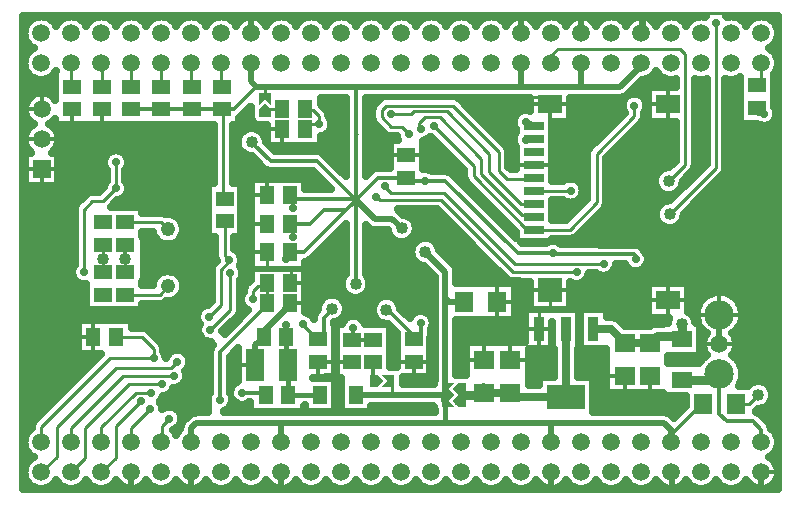
<source format=gbr>
G04 DipTrace 3.2.0.1*
G04 Íèæíèé.gbr*
%MOMM*%
G04 #@! TF.FileFunction,Copper,L2,Bot*
G04 #@! TF.Part,Single*
%AMOUTLINE15*
4,1,5,
-0.5,0.0,
-0.5,-0.7,
0.5,-0.7,
0.5,0.0,
0.0,0.5,
-0.5,0.0,
0*%
%AMOUTLINE18*
4,1,5,
0.5,-0.9,
0.5,0.2,
-0.5,0.2,
-0.5,-0.9,
0.0,-0.4,
0.5,-0.9,
0*%
%AMOUTLINE21*
4,1,5,
0.0,-0.5,
0.7,-0.5,
0.7,0.5,
0.0,0.5,
-0.5,0.0,
0.0,-0.5,
0*%
%AMOUTLINE24*
4,1,5,
0.9,0.5,
-0.2,0.5,
-0.2,-0.5,
0.9,-0.5,
0.4,0.0,
0.9,0.5,
0*%
%AMOUTLINE27*
4,1,5,
0.0,0.5,
-0.7,0.5,
-0.7,-0.5,
0.0,-0.5,
0.5,0.0,
0.0,0.5,
0*%
%AMOUTLINE30*
4,1,5,
-0.9,-0.5,
0.2,-0.5,
0.2,0.5,
-0.9,0.5,
-0.4,0.0,
-0.9,-0.5,
0*%
G04 #@! TA.AperFunction,Conductor*
%ADD10C,0.25*%
%ADD13C,0.3*%
G04 #@! TA.AperFunction,CopperBalancing*
%ADD14C,0.33*%
G04 #@! TA.AperFunction,Conductor*
%ADD15C,0.5*%
%ADD16C,0.4*%
%ADD18C,0.6*%
%ADD19C,0.75*%
G04 #@! TA.AperFunction,ViaPad*
%ADD20C,0.7*%
G04 #@! TA.AperFunction,CopperBalancing*
%ADD21C,0.635*%
%ADD24R,1.5X1.3*%
%ADD25R,1.3X1.5*%
%ADD26R,1.6X1.8*%
%ADD27R,1.8X1.6*%
%ADD28R,1.6X2.7*%
%ADD30R,1.8X1.4*%
G04 #@! TA.AperFunction,ComponentPad*
%ADD31R,1.5X1.5*%
%ADD32C,1.5*%
%ADD39C,2.5*%
%ADD40R,1.68X0.8*%
%ADD41R,2.0X1.6*%
%ADD42R,2.0X2.0*%
%ADD43R,1.2X1.6*%
%ADD49R,0.95X2.15*%
%ADD50R,3.25X2.15*%
G04 #@! TA.AperFunction,ComponentPad*
%ADD51C,1.2192*%
G04 #@! TA.AperFunction,ViaPad*
%ADD54C,1.016*%
%ADD56C,1.0*%
%ADD130OUTLINE15*%
%ADD133OUTLINE18*%
%ADD136OUTLINE21*%
%ADD139OUTLINE24*%
%ADD142OUTLINE27*%
%ADD145OUTLINE30*%
%FSLAX35Y35*%
G04*
G71*
G90*
G75*
G01*
G04 Bottom*
%LPD*%
X3360000Y3110000D2*
D14*
Y3080000D1*
X3330000Y3050000D1*
X4670000Y1950000D2*
D10*
Y1850000D1*
D15*
Y1900000D1*
X4230000D1*
X3920000D1*
X4230000Y2020000D2*
D10*
Y1900000D1*
X3360000Y3350000D2*
D14*
X3390000D1*
Y3240000D1*
Y3480000D2*
Y3520000D1*
X3350000Y3560000D1*
Y3590000D1*
X3360000D1*
X3035000Y4708000D2*
D15*
X3030000D1*
Y4560000D1*
X3080000Y4510000D1*
X3150000D1*
X3920000D1*
X5321000D1*
X5827613D1*
X6160000D1*
X6347500Y4697500D1*
X6337000Y4708000D1*
X5827613Y4510000D2*
Y4708000D1*
X5829000D1*
X5321000D2*
Y4510000D1*
X3150000Y4440000D2*
D10*
Y4510000D1*
X2790000Y4320000D2*
D14*
X2890000D1*
X3080000Y4510000D1*
X2020000Y4320000D2*
X2270000D1*
X2530000D1*
X2790000D1*
X3470000Y2500000D2*
X3480000D1*
X3490000Y2510000D1*
X3600000Y2370000D2*
X3590000D1*
X3480000Y2480000D1*
Y2500000D1*
X4410000Y2370000D2*
X4420000D1*
X4470000Y2420000D1*
Y2510000D1*
X3920000Y4510000D2*
Y4102883D1*
Y3550000D1*
D10*
X3910000Y3560000D1*
D14*
X3360000D1*
Y3590000D1*
X3910000Y3560000D2*
D10*
Y3540000D1*
X3880000Y3510000D1*
D14*
X3840000Y3470000D1*
X3650000D1*
X3530000Y3350000D1*
X3360000D1*
X2810000Y3560000D2*
D10*
X2800000D1*
Y4310000D1*
X2790000Y4320000D1*
X4350000Y3740000D2*
D14*
X4110000D1*
X3920000Y3550000D1*
Y2840000D1*
X3720000Y2630000D2*
Y2620000D1*
X3650000Y2550000D1*
Y2370000D1*
X3600000D1*
X4180000Y2620000D2*
D10*
X4185000Y2625000D1*
D14*
X4410000Y2400000D1*
D10*
Y2370000D1*
X3927117Y4110000D2*
X3920000Y4102883D1*
X4510000Y3710000D2*
D14*
X4380000D1*
X4350000Y3740000D1*
X4670000Y1950000D2*
X4680000Y1960000D1*
D15*
Y2720000D1*
Y2940000D1*
X4510000Y3110000D1*
X4310000Y3310000D2*
X4230000Y3390000D1*
X4080000D1*
X3920000Y3550000D1*
D14*
X3480000Y3110000D1*
X3360000D1*
X3920000Y3550000D2*
D15*
D3*
X3040000Y4040000D2*
D10*
X3060000Y4020000D1*
D14*
X3200000Y3880000D1*
X3590000D1*
X3920000Y3550000D1*
Y3470000D1*
Y3550000D2*
D10*
D3*
X4510000Y3710000D2*
D14*
X4680000D1*
X5290000Y3100000D1*
X5590000D1*
Y3090000D1*
X6280000D1*
X6290000Y3080000D1*
Y3050000D1*
X5430000Y3630433D2*
D10*
X5740000D1*
X4680000Y2720000D2*
D15*
X4710000Y2690000D1*
X4840000D1*
X2528000Y1500000D2*
Y1618000D1*
X2570000Y1660000D1*
X3290000D1*
X4680000D1*
X5576000D1*
X6530000D1*
X6590000Y1600000D1*
Y1502000D1*
X6592000Y1500000D1*
X5576000D2*
Y1660000D1*
X3290000Y1500000D2*
Y1660000D1*
X4670000Y1850000D2*
D16*
X4680000D1*
Y1660000D1*
X6590000Y1600000D2*
D15*
X6605000Y1585000D1*
D10*
X6840000Y1820000D1*
X6860000D1*
X1970000Y3170000D2*
D13*
Y3050000D1*
D10*
Y2940000D1*
X1780000Y3170000D2*
Y3050000D1*
Y2940000D1*
X2528000Y1246000D2*
D15*
Y1100000D1*
X3290000D1*
X5576000D1*
X6600000D1*
Y1238000D1*
X6592000Y1246000D1*
X3290000D2*
Y1100000D1*
X5576000Y1246000D2*
Y1100000D1*
X2020000Y1246000D2*
Y1100000D1*
X2528000D1*
X3035000Y4962000D2*
Y5075000D1*
X3060000Y5100000D1*
X5321000D1*
X5829000D1*
X6350000D1*
Y4975000D1*
X6337000Y4962000D1*
X5829000D2*
Y5100000D1*
X5321000Y4962000D2*
Y5100000D1*
X3140000Y2390000D2*
Y2440000D1*
X3320000Y2620000D1*
Y2640000D1*
X3360000Y2680000D1*
X7354000Y1246000D2*
X7350000D1*
Y1100000D1*
X6600000D1*
X2020000D2*
X1130000D1*
D10*
X1100000Y1130000D1*
Y1640000D1*
X1700000Y2240000D1*
Y2390000D1*
X3070000Y2150000D2*
D15*
Y2320000D1*
X3140000Y2390000D1*
X7000000Y2580000D2*
Y2330000D1*
X3170000Y3110000D2*
D14*
X3040000D1*
D15*
Y2970000D1*
X3170000D1*
X3374353D1*
X3520000D1*
Y2870000D1*
X3500000Y2850000D1*
D14*
X3360000D1*
X3170000Y3110000D2*
D10*
Y2970000D1*
X3374353D2*
Y2864353D1*
X3360000Y2850000D1*
X4350000Y3930000D2*
X4140000D1*
X4060000Y4010000D1*
Y4370000D1*
X4110000Y4420000D1*
D15*
X5260000D1*
D10*
X5508313D1*
X5566313Y4362000D1*
X5470000Y2460000D2*
X5350000D1*
X5340000Y2470000D1*
Y2630000D1*
D18*
X5470000D1*
X5566313D1*
X6310000D1*
D10*
X6380000Y2700000D1*
X6564313D1*
X6566313Y2702000D1*
X5566313Y2792000D2*
Y2630000D1*
X5470000Y2460000D2*
Y2630000D1*
X6337000Y4962000D2*
Y5057000D1*
X6410000Y5130000D1*
X7420000D1*
X7500000Y5050000D1*
Y4160000D1*
X7400000Y4060000D1*
X7210000D1*
X7200000Y4070000D1*
X3330000Y2490000D2*
D14*
Y2390000D1*
D16*
Y2170000D1*
X3350000Y2150000D1*
X3620000Y1900000D2*
X3350000D1*
Y2150000D2*
Y1900000D1*
X5440000Y3960000D2*
D10*
X5430433D1*
X5430000Y3960433D1*
X7380000Y4280000D2*
X7320000D1*
Y4330000D1*
X1970000Y3360000D2*
X2272600D1*
X2330000Y3302600D1*
X1511000Y4708000D2*
Y4519000D1*
X1520000Y4510000D1*
X2781000Y4708000D2*
Y4519000D1*
X2790000Y4510000D1*
X4090000Y3580000D2*
X4100000D1*
X4130000Y3550000D1*
X4640000D1*
X5250000Y2940000D1*
X5790000D1*
X1770000Y4510000D2*
Y4703000D1*
X1765000Y4708000D1*
X1970000Y2750000D2*
X2260000D1*
X2330000Y2820000D1*
X2850000Y3040000D2*
Y3030000D1*
X2780000Y2960000D1*
Y2660000D1*
X2680000Y2560000D1*
X2210000Y2210000D2*
X1840000D1*
X1258000Y1628000D1*
Y1500000D1*
X2210000Y2210000D2*
Y2290000D1*
X2110000Y2390000D1*
X1890000D1*
X2810000Y3370000D2*
Y3080000D1*
X2850000Y3040000D1*
X2860000Y2930000D2*
X2870000D1*
X2860000Y2920000D1*
Y2620000D1*
X2690000Y2450000D1*
X2410000Y2180000D2*
X2360000Y2130000D1*
X1890000D1*
X1390000Y1630000D1*
Y1378000D1*
X1258000Y1246000D1*
X2380000Y2060000D2*
X1950000D1*
X1512000Y1622000D1*
Y1500000D1*
X2280000Y1990000D2*
X2000000D1*
X1630000Y1620000D1*
Y1364000D1*
X1512000Y1246000D1*
X2190000Y1920000D2*
X2060000D1*
X1766000Y1626000D1*
Y1500000D1*
X3170000Y2850000D2*
Y2820000D1*
X3090000D1*
X3050000Y2780000D1*
Y2710000D1*
X3170000Y2850000D2*
Y2680000D1*
X3160000Y1900000D2*
D14*
Y1920000D1*
X2959260D1*
X2770000Y1860000D2*
Y2260000D1*
X3180000Y2670000D1*
X3170000Y2680000D1*
X2100000Y1850000D2*
D10*
X1890000Y1640000D1*
Y1370000D1*
X1766000Y1246000D1*
X2180000Y1780000D2*
X2020000Y1620000D1*
Y1500000D1*
X2340000Y1700000D2*
X2280000Y1640000D1*
Y1500000D1*
X2274000D1*
X2019000Y4708000D2*
Y4511000D1*
X2020000Y4510000D1*
X4790000Y1850000D2*
D19*
X4840000Y1900000D1*
X4930000D1*
X5000000Y1970000D1*
Y1930000D1*
X5010000Y1920000D1*
X5700000Y2460000D2*
D20*
Y1880000D1*
X5270000D1*
X5230000Y1920000D1*
X5010000D1*
X5360000Y4060000D2*
D10*
X5419533D1*
X5430000Y4070467D1*
X4370000Y4110000D2*
X4310000Y4170000D1*
X4220000D1*
X4140000Y4250000D1*
Y4310000D1*
X4180000Y4350000D1*
X4740000D1*
X5130000Y3960000D1*
Y3800000D1*
X5200000Y3730000D1*
X5419567D1*
X5430000Y3740433D1*
X4470000Y4150000D2*
X4460000Y4140000D1*
Y4200000D1*
X4510000Y4250000D1*
X4630000D1*
X4980000Y3900000D1*
Y3770000D1*
X5330000Y3420000D1*
X5420433D1*
X5430000Y3410433D1*
X4580000Y4180000D2*
X4920000Y3840000D1*
Y3750000D1*
X5369567Y3300433D1*
X5430000D1*
X6580000Y4697000D2*
X6591000Y4708000D1*
X5430000Y3300433D2*
X5730433D1*
X5960000Y3530000D1*
Y3940000D1*
X6280000Y4260000D1*
Y4350000D1*
X4220000Y4280000D2*
X4390000D1*
X4410000Y4300000D1*
X4690000D1*
X5050000Y3940000D1*
Y3790000D1*
X5320000Y3520000D1*
X5429533D1*
X5430000Y3520467D1*
X4170000Y3670000D2*
X4160000D1*
X4220000Y3610000D1*
X4670000D1*
X5270000Y3010000D1*
X6020000D1*
X2273000Y4708000D2*
Y4513000D1*
X2270000Y4510000D1*
X2527000Y4708000D2*
Y4513000D1*
X2530000Y4510000D1*
X3610000Y4190000D2*
Y4260000D1*
X3560000Y4310000D1*
X3500000D1*
X3490000Y4320000D1*
X3610000Y4190000D2*
X3530000D1*
X3490000Y4150000D1*
X7140000Y1820000D2*
X7250000D1*
X7330000Y1900000D1*
X5575000Y4708000D2*
Y4775000D1*
X5630000Y4830000D1*
X6670000D1*
X6710000Y4790000D1*
Y3850000D1*
X6570000Y3710000D1*
X6970000Y5050000D2*
Y3820000D1*
X6580000Y3430000D1*
X3300000Y4320000D2*
X3150000D1*
X6680000Y2030000D2*
D19*
X6954000D1*
X7000000Y2076000D1*
X7354000Y1500000D2*
D14*
Y1606000D1*
X7280000Y1680000D1*
X7060000D1*
X7000000Y1740000D1*
Y2076000D1*
X6410000Y2340000D2*
D20*
X6200000D1*
X5930000Y2460000D2*
X6080000D1*
X6200000Y2340000D1*
X6680000Y2370000D2*
D19*
Y2400000D1*
X6470000D1*
X6410000Y2340000D1*
X6680000Y2500000D2*
Y2400000D1*
X5360000Y4210000D2*
D10*
X5400000D1*
X5430000Y4180000D1*
X1620000Y2940000D2*
Y3470000D1*
X1690000Y3540000D1*
X1780000D1*
X1890000Y3650000D1*
Y3870000D2*
Y3650000D1*
X3900000Y2467000D2*
D14*
X3911000Y2478000D1*
X3900000Y2467000D2*
Y2375000D1*
X3892000Y2367000D1*
X4064000D1*
X4065000Y2368000D1*
X7353000Y4708000D2*
D10*
Y4553000D1*
X7320000Y4520000D1*
X4065000Y2178000D2*
D14*
Y2065000D1*
X4110000Y2020000D1*
X6088000Y4967000D2*
D15*
X6083000Y4962000D1*
D20*
X3390000Y3240000D3*
Y3480000D3*
X3470000Y2500000D3*
X4470000Y2510000D3*
D54*
X3920000Y2840000D3*
X3720000Y2630000D3*
X4180000Y2620000D3*
D20*
X4510000Y3710000D3*
D54*
Y3110000D3*
X4310000Y3310000D3*
D20*
X4510000Y3710000D3*
X5740000Y3630433D3*
X5590000Y3100000D3*
D54*
X1970000Y3050000D3*
D3*
D20*
X3330000Y2490000D3*
X4090000Y3580000D3*
X5790000Y2940000D3*
X2680000Y2560000D3*
X2210000Y2210000D3*
D3*
X2860000Y2930000D3*
X2690000Y2450000D3*
X2410000Y2180000D3*
X2380000Y2060000D3*
X2280000Y1990000D3*
X2190000Y1920000D3*
X3050000Y2710000D3*
X2959260Y1920000D3*
X2770000Y1860000D3*
X2100000Y1850000D3*
X2180000Y1780000D3*
X2340000Y1700000D3*
X4370000Y4110000D3*
X4470000Y4150000D3*
X4580000Y4180000D3*
X6280000Y4350000D3*
X4220000Y4280000D3*
X4170000Y3670000D3*
X6020000Y3010000D3*
D54*
X7330000Y1900000D3*
X6570000Y3710000D3*
D20*
X6970000Y5050000D3*
D54*
X6580000Y3430000D3*
D20*
X1620000Y2940000D3*
X1890000Y3650000D3*
Y3870000D3*
X3900000Y2467000D3*
D3*
X7380000Y4280000D3*
X5360000Y4210000D3*
X3610000Y4190000D3*
D54*
X7200000Y4070000D3*
D20*
X5360000Y4060000D3*
D54*
X3040000Y4040000D3*
D20*
X5440000Y3960000D3*
D54*
X6170000Y3710000D3*
X6860000Y3060000D3*
X1780000Y3050000D3*
D56*
X4120000Y3040000D3*
D20*
X3330000Y3050000D3*
X6290000D3*
X2850000Y3040000D3*
D54*
X6680000Y2500000D3*
X1210000Y2460000D3*
X2290000Y2360000D3*
X1160000Y1930000D3*
X1108147Y5045083D2*
D21*
X1135057D1*
X1108147Y4855583D2*
X1156150D1*
X7453810D2*
X7491877D1*
X1108147Y4792417D2*
X1136147D1*
X1108147Y4602917D2*
X1154690D1*
X6439267D2*
X6488727D1*
X7468667D2*
X7491877D1*
X1108147Y4539750D2*
X1371343D1*
X6326610D2*
X6623897D1*
X6796100D2*
X6883843D1*
X7056140D2*
X7171317D1*
X7468667D2*
X7491877D1*
X1108147Y4476583D2*
X1371343D1*
X6263447D2*
X6392660D1*
X6796100D2*
X6883843D1*
X7056140D2*
X7171317D1*
X7468667D2*
X7491877D1*
X1108147Y4413417D2*
X1148127D1*
X3628600D2*
X3829820D1*
X4010137D2*
X4125223D1*
X4794813D2*
X5392697D1*
X5739993D2*
X6193413D1*
X6366623D2*
X6392660D1*
X6796100D2*
X6883843D1*
X7056140D2*
X7171317D1*
X7468667D2*
X7491877D1*
X3638900Y4350250D2*
X3829820D1*
X4010137D2*
X4064793D1*
X4858980D2*
X5392697D1*
X5739993D2*
X6171357D1*
X6796100D2*
X6883843D1*
X7056140D2*
X7171317D1*
X7468667D2*
X7491877D1*
X2981920Y4287083D2*
X3026370D1*
X3691400D2*
X3829820D1*
X4010137D2*
X4053857D1*
X4922143D2*
X5272387D1*
X5739993D2*
X6187853D1*
X6366987D2*
X6392660D1*
X6796100D2*
X6883843D1*
X7056140D2*
X7171317D1*
X1108147Y4223917D2*
X1146943D1*
X2938627D2*
X3031657D1*
X3712820D2*
X3829820D1*
X4010137D2*
X4058233D1*
X4985307D2*
X5252333D1*
X5739993D2*
X6124690D1*
X6357507D2*
X6392660D1*
X6796100D2*
X6883843D1*
X7056140D2*
X7171317D1*
X7471857D2*
X7491877D1*
X1108147Y4160750D2*
X1149313D1*
X1370647D2*
X2713830D1*
X2886127D2*
X3161357D1*
X3714370D2*
X3829820D1*
X4010137D2*
X4110093D1*
X5048470D2*
X5264000D1*
X5587600D2*
X6061527D1*
X6299903D2*
X6623897D1*
X6796100D2*
X6883843D1*
X7056140D2*
X7491877D1*
X1404643Y4097583D2*
X2713830D1*
X2886127D2*
X2930577D1*
X3660230D2*
X3829820D1*
X4012327D2*
X4180187D1*
X5111637D2*
X5258530D1*
X5587600D2*
X5998363D1*
X6236740D2*
X6623897D1*
X6796100D2*
X6883843D1*
X7056140D2*
X7491877D1*
X1405553Y4034417D2*
X2713830D1*
X2886127D2*
X2915720D1*
X3628600D2*
X3829820D1*
X4010137D2*
X4201330D1*
X4498680D2*
X4606383D1*
X5174800D2*
X5254613D1*
X5587600D2*
X5935197D1*
X6173577D2*
X6623897D1*
X6796100D2*
X6883843D1*
X7056140D2*
X7491877D1*
X1108147Y3971250D2*
X1145757D1*
X1374290D2*
X1869090D1*
X1910917D2*
X2713830D1*
X2886127D2*
X2937593D1*
X3233577D2*
X3829820D1*
X4010137D2*
X4201330D1*
X4498680D2*
X4669547D1*
X5215360D2*
X5272387D1*
X5587600D2*
X5880237D1*
X6110410D2*
X6623897D1*
X6796100D2*
X6883843D1*
X7056140D2*
X7491877D1*
X1408653Y3908083D2*
X1788700D1*
X1991257D2*
X2713830D1*
X2886127D2*
X3047060D1*
X3686753D2*
X3829820D1*
X4010137D2*
X4201330D1*
X4498680D2*
X4732710D1*
X5216180D2*
X5272387D1*
X5587600D2*
X5873857D1*
X6047247D2*
X6623897D1*
X6796100D2*
X6883843D1*
X7056140D2*
X7491877D1*
X1408653Y3844917D2*
X1784507D1*
X1995540D2*
X2713830D1*
X2886127D2*
X3110223D1*
X3749917D2*
X3829820D1*
X4010137D2*
X4201330D1*
X4498680D2*
X4795877D1*
X5216180D2*
X5272387D1*
X5587600D2*
X5873857D1*
X6046153D2*
X6585707D1*
X6796010D2*
X6875733D1*
X7056140D2*
X7491877D1*
X1408653Y3781750D2*
X1803830D1*
X1976127D2*
X2713830D1*
X2886127D2*
X3563400D1*
X4729643D2*
X4833883D1*
X5587600D2*
X5873857D1*
X6046153D2*
X6469860D1*
X6760920D2*
X6812567D1*
X7046387D2*
X7491877D1*
X1408653Y3718583D2*
X1803830D1*
X1976127D2*
X2713830D1*
X2886127D2*
X3031383D1*
X3498627D2*
X3626567D1*
X4796270D2*
X4840263D1*
X5587600D2*
X5681720D1*
X5798237D2*
X5873857D1*
X6046153D2*
X6445887D1*
X6697753D2*
X6749403D1*
X6987780D2*
X7491877D1*
X1108147Y3655417D2*
X1776213D1*
X1998457D2*
X2661330D1*
X2958680D2*
X3031383D1*
X3498627D2*
X3689730D1*
X4859433D2*
X4895407D1*
X5845540D2*
X5873803D1*
X6046153D2*
X6458923D1*
X6924617D2*
X7491877D1*
X1108147Y3592250D2*
X1623090D1*
X1980777D2*
X2661330D1*
X2958680D2*
X3031383D1*
X4922600D2*
X4958570D1*
X5841257D2*
X5873857D1*
X6046153D2*
X6554717D1*
X6585290D2*
X6623077D1*
X6861453D2*
X7491877D1*
X1108147Y3529083D2*
X1559923D1*
X1888263D2*
X2661330D1*
X2958680D2*
X3031383D1*
X4985763D2*
X5021733D1*
X5587600D2*
X5719820D1*
X5760163D2*
X5839860D1*
X6046153D2*
X6509417D1*
X6798290D2*
X7491877D1*
X1108147Y3465917D2*
X1533857D1*
X2118680D2*
X2661330D1*
X2958680D2*
X3031383D1*
X4288863D2*
X4604923D1*
X5048927D2*
X5084900D1*
X5587600D2*
X5776697D1*
X6015073D2*
X6461110D1*
X6735123D2*
X7491877D1*
X1108147Y3402750D2*
X1533857D1*
X2416453D2*
X2661330D1*
X2958680D2*
X3031383D1*
X4389487D2*
X4668090D1*
X5112090D2*
X5148063D1*
X5587600D2*
X5713530D1*
X5951910D2*
X6458740D1*
X6701220D2*
X7491877D1*
X1108147Y3339583D2*
X1533857D1*
X2459110D2*
X2661330D1*
X2958680D2*
X3031383D1*
X4430683D2*
X4731253D1*
X5175253D2*
X5211227D1*
X5888743D2*
X6497660D1*
X6662300D2*
X7491877D1*
X1108147Y3276417D2*
X1533857D1*
X2118680D2*
X2198127D1*
X2461933D2*
X2661330D1*
X2958680D2*
X3031383D1*
X3771243D2*
X3829820D1*
X4010137D2*
X4190393D1*
X4429590D2*
X4794417D1*
X5238420D2*
X5272387D1*
X5825580D2*
X7491877D1*
X1108147Y3213250D2*
X1533857D1*
X2132260D2*
X2231670D1*
X2428393D2*
X2723857D1*
X2896153D2*
X3031383D1*
X3708080D2*
X3829820D1*
X4010137D2*
X4235967D1*
X4384017D2*
X4446330D1*
X4573693D2*
X4857580D1*
X5587600D2*
X7491877D1*
X1108147Y3150083D2*
X1533857D1*
X2133627D2*
X2723857D1*
X2896153D2*
X3031383D1*
X3644917D2*
X3829820D1*
X4010137D2*
X4392553D1*
X4627470D2*
X4920747D1*
X6344747D2*
X7491877D1*
X1108147Y3086917D2*
X1533857D1*
X2133627D2*
X2723857D1*
X2947287D2*
X3031383D1*
X3581753D2*
X3829820D1*
X4010137D2*
X4387817D1*
X4669943D2*
X4983910D1*
X6391780D2*
X7491877D1*
X1108147Y3023750D2*
X1533857D1*
X2133627D2*
X2724587D1*
X2957313D2*
X3031383D1*
X3498627D2*
X3829820D1*
X4010137D2*
X4422997D1*
X4733107D2*
X5047073D1*
X6395243D2*
X7491877D1*
X1108147Y2960583D2*
X1513440D1*
X2133627D2*
X2693870D1*
X2963967D2*
X3031383D1*
X3498627D2*
X3829820D1*
X4010137D2*
X4522530D1*
X4776310D2*
X5110237D1*
X6115880D2*
X6233973D1*
X6346023D2*
X7491877D1*
X1108147Y2897417D2*
X1520640D1*
X2133537D2*
X2221370D1*
X2438600D2*
X2693870D1*
X2963327D2*
X3031383D1*
X3498627D2*
X3810497D1*
X4029553D2*
X4581317D1*
X4778680D2*
X5173400D1*
X5889383D2*
X7491877D1*
X1108147Y2834250D2*
X1631383D1*
X2118680D2*
X2196213D1*
X2463850D2*
X2693870D1*
X2946100D2*
X2985173D1*
X3498627D2*
X3795733D1*
X4044317D2*
X4581317D1*
X5273600D2*
X5392697D1*
X5739993D2*
X6392660D1*
X6739957D2*
X7491877D1*
X1108147Y2771083D2*
X1631383D1*
X2454917D2*
X2693870D1*
X3498627D2*
X3817790D1*
X4022260D2*
X4581317D1*
X5273600D2*
X5392697D1*
X5739993D2*
X6392660D1*
X6739957D2*
X6972163D1*
X7027887D2*
X7491877D1*
X1108147Y2707917D2*
X1631383D1*
X2398680D2*
X2693870D1*
X3498627D2*
X3624923D1*
X3815087D2*
X4094780D1*
X4265163D2*
X4581317D1*
X5273600D2*
X5392697D1*
X5739993D2*
X6392660D1*
X6739957D2*
X6850120D1*
X7149930D2*
X7491877D1*
X1108147Y2644750D2*
X1631383D1*
X2118680D2*
X2616397D1*
X3498627D2*
X3596487D1*
X3843523D2*
X4058140D1*
X4301803D2*
X4581317D1*
X5273600D2*
X5392697D1*
X5739993D2*
X6392660D1*
X6739957D2*
X6812567D1*
X7187390D2*
X7491877D1*
X1108147Y2581583D2*
X2573650D1*
X2936257D2*
X2966760D1*
X3539917D2*
X3566057D1*
X3834043D2*
X4061970D1*
X4353303D2*
X4390550D1*
X4549447D2*
X4581317D1*
X5273600D2*
X5348857D1*
X6051167D2*
X6392660D1*
X6771767D2*
X6801357D1*
X7198600D2*
X7491877D1*
X1108147Y2518417D2*
X1561383D1*
X2028627D2*
X2580210D1*
X2877650D2*
X2903597D1*
X3765047D2*
X3805210D1*
X3994733D2*
X4113467D1*
X4778680D2*
X5348857D1*
X6172573D2*
X6556997D1*
X7188483D2*
X7491877D1*
X1108147Y2455250D2*
X1561383D1*
X2162247D2*
X2581487D1*
X2814397D2*
X2840363D1*
X4778680D2*
X5348857D1*
X7152663D2*
X7491877D1*
X1108147Y2392083D2*
X1561383D1*
X2227143D2*
X2599353D1*
X4213667D2*
X4261397D1*
X4558653D2*
X4581317D1*
X4778680D2*
X5348857D1*
X6843680D2*
X6865613D1*
X7134343D2*
X7491877D1*
X1108147Y2328917D2*
X1561383D1*
X2286023D2*
X2703530D1*
X4213667D2*
X4261397D1*
X4558653D2*
X4581317D1*
X4778680D2*
X4846370D1*
X7148653D2*
X7491877D1*
X1108147Y2265750D2*
X1561383D1*
X2302157D2*
X2347880D1*
X2472143D2*
X2680017D1*
X4213667D2*
X4261397D1*
X4558653D2*
X4581317D1*
X4778680D2*
X4846370D1*
X5393640D2*
X5591397D1*
X5808627D2*
X6036370D1*
X6843680D2*
X6866710D1*
X7133340D2*
X7491877D1*
X1108147Y2202583D2*
X1713413D1*
X2516077D2*
X2679833D1*
X2860150D2*
X2916357D1*
X4213667D2*
X4261397D1*
X4558653D2*
X4581317D1*
X4778680D2*
X4846370D1*
X5393640D2*
X5591397D1*
X5808627D2*
X6036370D1*
X6573613D2*
X6848937D1*
X7151113D2*
X7491877D1*
X1108147Y2139417D2*
X1650250D1*
X2510243D2*
X2679833D1*
X2860150D2*
X2916357D1*
X4213667D2*
X4261397D1*
X4558653D2*
X4581317D1*
X4778680D2*
X4846370D1*
X5393640D2*
X5591397D1*
X5808627D2*
X6036370D1*
X7187847D2*
X7491877D1*
X1108147Y2076250D2*
X1587087D1*
X2487363D2*
X2679833D1*
X2860150D2*
X2916357D1*
X4558653D2*
X4581317D1*
X4778680D2*
X4846370D1*
X5393640D2*
X5591397D1*
X5808627D2*
X6036370D1*
X7198600D2*
X7491877D1*
X1108147Y2013083D2*
X1523923D1*
X2477247D2*
X2679833D1*
X2860150D2*
X2910523D1*
X3753653D2*
X3786343D1*
X4323680D2*
X4577673D1*
X5393640D2*
X5463883D1*
X5936140D2*
X6036370D1*
X7188030D2*
X7289627D1*
X7370410D2*
X7491877D1*
X1108147Y1949917D2*
X1460757D1*
X2380450D2*
X2679833D1*
X3753653D2*
X3786343D1*
X5936140D2*
X6036370D1*
X7443327D2*
X7491877D1*
X1108147Y1886750D2*
X1397593D1*
X2293040D2*
X2664887D1*
X3753653D2*
X3786343D1*
X5936140D2*
X6706383D1*
X7453720D2*
X7491877D1*
X1108147Y1823583D2*
X1334430D1*
X2278913D2*
X2666437D1*
X2871910D2*
X2918727D1*
X2999787D2*
X3021437D1*
X3753653D2*
X3786343D1*
X5936140D2*
X6706383D1*
X7426373D2*
X7491877D1*
X1108147Y1760417D2*
X1271267D1*
X2428850D2*
X2666437D1*
X2813577D2*
X3021357D1*
X3753653D2*
X3786343D1*
X4053613D2*
X4586330D1*
X5936140D2*
X6661267D1*
X7309890D2*
X7491877D1*
X1108147Y1697250D2*
X1208103D1*
X2448627D2*
X2470443D1*
X7387637D2*
X7491877D1*
X1108147Y1634083D2*
X1172100D1*
X7439317D2*
X7491877D1*
X1108147Y1570917D2*
X1128317D1*
X1108147Y1381417D2*
X1173010D1*
X7438953D2*
X7491877D1*
X1108147Y1318250D2*
X1129047D1*
X1108147Y1128750D2*
X1171007D1*
X1344943D2*
X1425030D1*
X1598967D2*
X1679053D1*
X1852990D2*
X1933077D1*
X2106920D2*
X2187007D1*
X2360947D2*
X2441030D1*
X2614970D2*
X2695053D1*
X2868993D2*
X2949080D1*
X3122923D2*
X3203010D1*
X3376947D2*
X3457033D1*
X3630970D2*
X3711057D1*
X3884993D2*
X3964990D1*
X4138927D2*
X4219013D1*
X4392950D2*
X4473037D1*
X4646973D2*
X4727060D1*
X4900997D2*
X4980993D1*
X5154930D2*
X5235017D1*
X5408953D2*
X5489040D1*
X5662977D2*
X5743063D1*
X5917000D2*
X5996997D1*
X6170933D2*
X6251020D1*
X6424957D2*
X6505043D1*
X6678980D2*
X6759067D1*
X6933003D2*
X7012997D1*
X7186933D2*
X7267020D1*
X7440957D2*
X7491877D1*
X4207710Y3823817D2*
Y4062290D1*
X4279513D1*
X4272717Y4078390D1*
X4269723Y4090213D1*
X4213740Y4090457D1*
X4201373Y4092413D1*
X4189467Y4096283D1*
X4178310Y4101967D1*
X4168180Y4109327D1*
X4083580Y4193580D1*
X4075447Y4203100D1*
X4068907Y4213777D1*
X4064113Y4225343D1*
X4061193Y4237517D1*
X4060210Y4250023D1*
X4060457Y4316260D1*
X4062413Y4328627D1*
X4066283Y4340533D1*
X4071967Y4351690D1*
X4079327Y4361820D1*
X4123580Y4406420D1*
X4133120Y4414567D1*
X4131000Y4417710D1*
X4003850D1*
X4003790Y4132017D1*
X4006660Y4116260D1*
Y4103740D1*
X4003793Y4088147D1*
X4003790Y3752247D1*
X4055583Y3803713D1*
X4066220Y3811443D1*
X4077933Y3817413D1*
X4090440Y3821473D1*
X4103427Y3823533D1*
X4207800Y3823790D1*
X4492290Y4050167D2*
Y3810747D1*
X4510000Y3812290D1*
X4526003Y3811030D1*
X4541610Y3807283D1*
X4556440Y3801140D1*
X4568587Y3793783D1*
X4686573Y3793533D1*
X4699560Y3791477D1*
X4712067Y3787413D1*
X4723780Y3781443D1*
X4734417Y3773713D1*
X4854743Y3653753D1*
X5278757Y3229740D1*
X5278710Y3278363D1*
X4859327Y3698180D1*
X4851967Y3708310D1*
X4846283Y3719467D1*
X4842413Y3731373D1*
X4840457Y3743740D1*
X4840210Y3806967D1*
X4568850Y4078310D1*
X4556120Y4080537D1*
X4547360Y4083097D1*
X4536433Y4072217D1*
X4523447Y4062783D1*
X4509143Y4055497D1*
X4492310Y4050223D1*
X3251043Y3732290D2*
X3492290D1*
Y3643787D1*
X3707720Y3643790D1*
X3555323Y3796180D1*
X3193427Y3796467D1*
X3180440Y3798523D1*
X3167933Y3802587D1*
X3156220Y3808557D1*
X3145583Y3816287D1*
X3039630Y3921873D1*
X3021527Y3923363D1*
X3003507Y3927690D1*
X2986387Y3934780D1*
X2970590Y3944463D1*
X2956497Y3956497D1*
X2944463Y3970590D1*
X2934780Y3986387D1*
X2927690Y4003507D1*
X2923363Y4021527D1*
X2921910Y4040000D1*
X2923363Y4058473D1*
X2927690Y4076493D1*
X2934780Y4093613D1*
X2944463Y4109410D1*
X2956497Y4123503D1*
X2970590Y4135537D1*
X2986387Y4145220D1*
X3003507Y4152310D1*
X3021527Y4156637D1*
X3040000Y4158090D1*
X3058473Y4156637D1*
X3076493Y4152310D1*
X3093613Y4145220D1*
X3109410Y4135537D1*
X3123503Y4123503D1*
X3135537Y4109410D1*
X3145220Y4093613D1*
X3152310Y4076493D1*
X3156637Y4058473D1*
X3158073Y4040397D1*
X3167710Y4040377D1*
Y4182723D1*
X3094720Y4182917D1*
X3084290Y4184570D1*
X3074250Y4187833D1*
X3064840Y4192627D1*
X3056300Y4198833D1*
X3048833Y4206300D1*
X3042627Y4214840D1*
X3037833Y4224250D1*
X3034570Y4234290D1*
X3032917Y4244720D1*
Y4325280D1*
X3033537Y4339493D1*
X3023753Y4335257D1*
X2944417Y4256287D1*
X2933757Y4248543D1*
X2932290Y4242290D1*
Y4187710D1*
X2879700D1*
X2879790Y3692303D1*
X2952290Y3692290D1*
Y3237710D1*
X2889857D1*
X2889790Y3134207D1*
X2903447Y3127217D1*
X2916433Y3117783D1*
X2927783Y3106433D1*
X2937217Y3093447D1*
X2944503Y3079143D1*
X2949463Y3063880D1*
X2951973Y3048027D1*
Y3031973D1*
X2949463Y3016120D1*
X2944503Y3000857D1*
X2940727Y2992823D1*
X2951140Y2976440D1*
X2957283Y2961610D1*
X2961030Y2946003D1*
X2962290Y2930000D1*
X2961030Y2913997D1*
X2957283Y2898390D1*
X2951140Y2883560D1*
X2942753Y2869877D1*
X2939783Y2866107D1*
X2939543Y2613740D1*
X2937587Y2601373D1*
X2933717Y2589467D1*
X2928033Y2578310D1*
X2920673Y2568180D1*
X2791967Y2439127D1*
X2810100Y2418613D1*
X3008187Y2616683D1*
X2996553Y2622783D1*
X2983567Y2632217D1*
X2972217Y2643567D1*
X2962783Y2656553D1*
X2955497Y2670857D1*
X2950537Y2686120D1*
X2948027Y2701973D1*
Y2718027D1*
X2950537Y2733880D1*
X2955497Y2749143D1*
X2962783Y2763447D1*
X2970217Y2773893D1*
X2971193Y2792483D1*
X2974113Y2804657D1*
X2978907Y2816223D1*
X2985450Y2826900D1*
X2993597Y2836437D1*
X3033597Y2876437D1*
X3037710Y2894377D1*
Y3732290D1*
X3251043D1*
X1845120Y3492290D2*
X2112290D1*
Y3439880D1*
X2278860Y3439543D1*
X2291227Y3437587D1*
X2303133Y3433717D1*
X2308847Y3431080D1*
X2330000Y3430850D1*
X2350063Y3429270D1*
X2369630Y3424573D1*
X2388223Y3416870D1*
X2405383Y3406357D1*
X2420687Y3393287D1*
X2433757Y3377983D1*
X2444270Y3360823D1*
X2451973Y3342230D1*
X2456670Y3322663D1*
X2458250Y3302600D1*
X2456670Y3282537D1*
X2451973Y3262970D1*
X2444270Y3244377D1*
X2433757Y3227217D1*
X2420687Y3211913D1*
X2405383Y3198843D1*
X2388223Y3188330D1*
X2369630Y3180627D1*
X2350063Y3175930D1*
X2330000Y3174350D1*
X2309937Y3175930D1*
X2290370Y3180627D1*
X2271777Y3188330D1*
X2254617Y3198843D1*
X2239313Y3211913D1*
X2226243Y3227217D1*
X2215730Y3244377D1*
X2208027Y3262970D1*
X2203797Y3280183D1*
X2112273Y3280210D1*
X2112290Y3242297D1*
X2119920Y3230530D1*
X2123960Y3220780D1*
X2126423Y3210520D1*
X2127250Y3200000D1*
X2127043Y2894557D1*
X2125393Y2884133D1*
X2122130Y2874097D1*
X2117340Y2864697D1*
X2112300Y2857633D1*
X2112290Y2829880D1*
X2202147Y2830063D1*
X2205293Y2849940D1*
X2211513Y2869080D1*
X2220650Y2887010D1*
X2232477Y2903293D1*
X2246707Y2917523D1*
X2262990Y2929350D1*
X2280920Y2938487D1*
X2300060Y2944707D1*
X2319937Y2947853D1*
X2340063D1*
X2359940Y2944707D1*
X2379080Y2938487D1*
X2397010Y2929350D1*
X2413293Y2917523D1*
X2427523Y2903293D1*
X2439350Y2887010D1*
X2448487Y2869080D1*
X2454707Y2849940D1*
X2457853Y2830063D1*
Y2809937D1*
X2454707Y2790060D1*
X2448487Y2770920D1*
X2439350Y2752990D1*
X2427523Y2736707D1*
X2413293Y2722477D1*
X2397010Y2710650D1*
X2379080Y2701513D1*
X2359940Y2695293D1*
X2340063Y2692147D1*
X2319937D1*
X2315523Y2692667D1*
X2306900Y2685447D1*
X2296223Y2678907D1*
X2284657Y2674113D1*
X2272483Y2671193D1*
X2259977Y2670210D1*
X2112253D1*
X2112290Y2617710D1*
X1637710D1*
Y2839263D1*
X1620000Y2837710D1*
X1603997Y2838970D1*
X1588390Y2842717D1*
X1573560Y2848860D1*
X1559877Y2857247D1*
X1547670Y2867670D1*
X1537247Y2879877D1*
X1528860Y2893560D1*
X1522717Y2908390D1*
X1518970Y2923997D1*
X1517710Y2940000D1*
X1518970Y2956003D1*
X1522717Y2971610D1*
X1528860Y2986440D1*
X1537247Y3000123D1*
X1540217Y3003893D1*
X1540457Y3476260D1*
X1542413Y3488627D1*
X1546283Y3500533D1*
X1551967Y3511690D1*
X1559327Y3521820D1*
X1633580Y3596420D1*
X1643100Y3604553D1*
X1653777Y3611093D1*
X1665343Y3615887D1*
X1677517Y3618807D1*
X1690000Y3619790D1*
X1746967D1*
X1788353Y3661193D1*
X1790537Y3673880D1*
X1795497Y3689143D1*
X1802783Y3703447D1*
X1810217Y3713893D1*
X1810210Y3805950D1*
X1802783Y3816553D1*
X1795497Y3830857D1*
X1790537Y3846120D1*
X1788027Y3861973D1*
Y3878027D1*
X1790537Y3893880D1*
X1795497Y3909143D1*
X1802783Y3923447D1*
X1812217Y3936433D1*
X1823567Y3947783D1*
X1836553Y3957217D1*
X1850857Y3964503D1*
X1866120Y3969463D1*
X1881973Y3971973D1*
X1898027D1*
X1913880Y3969463D1*
X1929143Y3964503D1*
X1943447Y3957217D1*
X1956433Y3947783D1*
X1967783Y3936433D1*
X1977217Y3923447D1*
X1984503Y3909143D1*
X1989463Y3893880D1*
X1991973Y3878027D1*
Y3861973D1*
X1989463Y3846120D1*
X1984503Y3830857D1*
X1977217Y3816553D1*
X1969783Y3806107D1*
X1969790Y3714050D1*
X1977217Y3703447D1*
X1984503Y3689143D1*
X1989463Y3673880D1*
X1991973Y3658027D1*
Y3641973D1*
X1989463Y3626120D1*
X1984503Y3610857D1*
X1977217Y3596553D1*
X1967783Y3583567D1*
X1956433Y3572217D1*
X1943447Y3562783D1*
X1929143Y3555497D1*
X1913880Y3550537D1*
X1901233Y3548407D1*
X1845147Y3492307D1*
X3492290Y3027067D2*
Y2599840D1*
X3509143Y2594503D1*
X3525247Y2586013D1*
X3539250Y2577787D1*
X3549250Y2569250D1*
X3557787Y2559250D1*
X3564657Y2548040D1*
X3566217Y2544657D1*
X3567240Y2563107D1*
X3570310Y2575893D1*
X3575343Y2588040D1*
X3582213Y2599250D1*
X3590770Y2609267D1*
X3601910Y2630000D1*
X3603363Y2648473D1*
X3607690Y2666493D1*
X3614780Y2683613D1*
X3624463Y2699410D1*
X3636497Y2713503D1*
X3650590Y2725537D1*
X3666387Y2735220D1*
X3683507Y2742310D1*
X3701527Y2746637D1*
X3720000Y2748090D1*
X3738473Y2746637D1*
X3756493Y2742310D1*
X3773613Y2735220D1*
X3789410Y2725537D1*
X3803503Y2713503D1*
X3815537Y2699410D1*
X3825220Y2683613D1*
X3832310Y2666493D1*
X3836637Y2648473D1*
X3838090Y2630000D1*
X3836637Y2611527D1*
X3832310Y2593507D1*
X3825220Y2576387D1*
X3815537Y2560590D1*
X3803503Y2546497D1*
X3789410Y2534463D1*
X3773613Y2524780D1*
X3756493Y2517690D1*
X3738473Y2513363D1*
X3733760Y2512807D1*
X3733790Y2502330D1*
X3742290Y2502290D1*
Y2047710D1*
X3562710Y2047290D1*
X3747290D1*
Y1752710D1*
X3492710D1*
Y1812773D1*
X3482290Y1808957D1*
Y1757710D1*
X3027710D1*
Y1836187D1*
X3017903Y1836210D1*
X3005700Y1828860D1*
X2990870Y1822717D1*
X2975263Y1818970D1*
X2959260Y1817710D1*
X2943257Y1818970D1*
X2927650Y1822717D1*
X2912820Y1828860D1*
X2899137Y1837247D1*
X2886930Y1847670D1*
X2876507Y1859877D1*
X2872097Y1866477D1*
X2871973Y1851973D1*
X2869463Y1836120D1*
X2864503Y1820857D1*
X2857217Y1806553D1*
X2847783Y1793567D1*
X2836433Y1782217D1*
X2823447Y1772783D1*
X2807230Y1764790D1*
X2807250Y1752253D1*
X4592747Y1752290D1*
X4592627Y1764840D1*
X4587833Y1774250D1*
X4584570Y1784290D1*
X4582917Y1794720D1*
X4582710Y1800020D1*
X4576667Y1807710D1*
X4047253D1*
X4047290Y1752710D1*
X3792710D1*
Y2044727D1*
X3749710Y2044710D1*
Y2499290D1*
X3803030D1*
X3808860Y2513440D1*
X3817247Y2527123D1*
X3827670Y2539330D1*
X3839877Y2549753D1*
X3853560Y2558140D1*
X3868390Y2564283D1*
X3883997Y2568030D1*
X3900000Y2569290D1*
X3916003Y2568030D1*
X3931610Y2564283D1*
X3946440Y2558140D1*
X3960123Y2549753D1*
X3972330Y2539330D1*
X3982753Y2527123D1*
X3991140Y2513440D1*
X3996663Y2500287D1*
X4191137Y2500290D1*
X4170733Y2502273D1*
X4152433Y2505173D1*
X4134810Y2510900D1*
X4118297Y2519313D1*
X4103307Y2530203D1*
X4090203Y2543307D1*
X4079313Y2558297D1*
X4070900Y2574810D1*
X4065173Y2592433D1*
X4062273Y2610733D1*
Y2629267D1*
X4065173Y2647567D1*
X4070900Y2665190D1*
X4079313Y2681703D1*
X4090203Y2696693D1*
X4103307Y2709797D1*
X4118297Y2720687D1*
X4134810Y2729100D1*
X4152433Y2734827D1*
X4170733Y2737727D1*
X4189267D1*
X4207567Y2734827D1*
X4225190Y2729100D1*
X4241703Y2720687D1*
X4256693Y2709797D1*
X4269797Y2696693D1*
X4280687Y2681703D1*
X4289100Y2665190D1*
X4294827Y2647567D1*
X4297527Y2630957D1*
X4376693Y2551803D1*
X4382783Y2563447D1*
X4392217Y2576433D1*
X4403567Y2587783D1*
X4416553Y2597217D1*
X4430857Y2604503D1*
X4446120Y2609463D1*
X4461973Y2611973D1*
X4478027D1*
X4493880Y2609463D1*
X4509143Y2604503D1*
X4523447Y2597217D1*
X4536433Y2587783D1*
X4547783Y2576433D1*
X4557217Y2563447D1*
X4564503Y2549143D1*
X4569463Y2533880D1*
X4571973Y2518027D1*
Y2501973D1*
X4569463Y2486120D1*
X4564503Y2470857D1*
X4557217Y2456553D1*
X4553783Y2451413D1*
X4553533Y2413427D1*
X4552290Y2385623D1*
Y2047710D1*
X4317297D1*
X4317290Y1992253D1*
X4582643Y1992290D1*
X4583537Y2010527D1*
X4587710Y2030000D1*
Y2901837D1*
X4496863Y2992620D1*
X4482433Y2995173D1*
X4464810Y3000900D1*
X4448297Y3009313D1*
X4433307Y3020203D1*
X4420203Y3033307D1*
X4409313Y3048297D1*
X4400900Y3064810D1*
X4395173Y3082433D1*
X4392273Y3100733D1*
Y3119267D1*
X4395173Y3137567D1*
X4400900Y3155190D1*
X4409313Y3171703D1*
X4420203Y3186693D1*
X4433307Y3199797D1*
X4448297Y3210687D1*
X4464810Y3219100D1*
X4482433Y3224827D1*
X4500733Y3227727D1*
X4519267D1*
X4537567Y3224827D1*
X4555190Y3219100D1*
X4571703Y3210687D1*
X4586693Y3199797D1*
X4599797Y3186693D1*
X4610687Y3171703D1*
X4619100Y3155190D1*
X4624827Y3137567D1*
X4627253Y3123257D1*
X4750177Y2999937D1*
X4758690Y2988220D1*
X4765267Y2975317D1*
X4769740Y2961543D1*
X4772007Y2947240D1*
X4772290Y2847303D1*
X5267290Y2847290D1*
Y2532710D1*
X4772277D1*
X4772290Y2066210D1*
X4790020Y2067290D1*
X4852800D1*
X4852710Y2347290D1*
X5355207D1*
X5355210Y2634790D1*
X5399013D1*
X5399023Y2860213D1*
X5243740Y2860457D1*
X5231373Y2862413D1*
X5219467Y2866283D1*
X5208310Y2871967D1*
X5198180Y2879327D1*
X5078087Y2999073D1*
X4606893Y3470267D1*
X4275690Y3470210D1*
X4289937Y3460177D1*
X4323167Y3427353D1*
X4337567Y3424827D1*
X4355190Y3419100D1*
X4371703Y3410687D1*
X4386693Y3399797D1*
X4399797Y3386693D1*
X4410687Y3371703D1*
X4419100Y3355190D1*
X4424827Y3337567D1*
X4427727Y3319267D1*
Y3300733D1*
X4424827Y3282433D1*
X4419100Y3264810D1*
X4410687Y3248297D1*
X4399797Y3233307D1*
X4386693Y3220203D1*
X4371703Y3209313D1*
X4355190Y3200900D1*
X4337567Y3195173D1*
X4319267Y3192273D1*
X4300733D1*
X4282433Y3195173D1*
X4264810Y3200900D1*
X4248297Y3209313D1*
X4233307Y3220203D1*
X4220203Y3233307D1*
X4209313Y3248297D1*
X4200900Y3264810D1*
X4195173Y3282433D1*
X4192747Y3296743D1*
X4183333Y3297710D1*
X4072760Y3297993D1*
X4058457Y3300260D1*
X4044683Y3304737D1*
X4031780Y3311310D1*
X4020063Y3319823D1*
X4003850Y3335633D1*
X4003790Y2923190D1*
X4015537Y2909410D1*
X4025220Y2893613D1*
X4032310Y2876493D1*
X4036637Y2858473D1*
X4038090Y2840000D1*
X4036637Y2821527D1*
X4032310Y2803507D1*
X4025220Y2786387D1*
X4015537Y2770590D1*
X4003503Y2756497D1*
X3989410Y2744463D1*
X3973613Y2734780D1*
X3956493Y2727690D1*
X3938473Y2723363D1*
X3920000Y2721910D1*
X3901527Y2723363D1*
X3883507Y2727690D1*
X3866387Y2734780D1*
X3850590Y2744463D1*
X3836497Y2756497D1*
X3824463Y2770590D1*
X3814780Y2786387D1*
X3807690Y2803507D1*
X3803363Y2821527D1*
X3801910Y2840000D1*
X3803363Y2858473D1*
X3807690Y2876493D1*
X3814780Y2893613D1*
X3824463Y2909410D1*
X3836227Y2923210D1*
X3836210Y3347773D1*
X3534417Y3046287D1*
X3523780Y3038557D1*
X3512067Y3032587D1*
X3499560Y3028527D1*
X3493083Y3027240D1*
X1572377Y2532290D2*
X2022290D1*
Y2469853D1*
X2116260Y2469543D1*
X2128627Y2467587D1*
X2140533Y2463717D1*
X2151690Y2458033D1*
X2161820Y2450673D1*
X2266420Y2346420D1*
X2274550Y2336900D1*
X2281093Y2326223D1*
X2285883Y2314657D1*
X2288807Y2302483D1*
X2289790Y2289977D1*
X2292753Y2270123D1*
X2301140Y2256440D1*
X2307283Y2241610D1*
X2311030Y2226003D1*
X2312280Y2210220D1*
X2318860Y2226440D1*
X2327247Y2240123D1*
X2337670Y2252330D1*
X2349877Y2262753D1*
X2363560Y2271140D1*
X2378390Y2277283D1*
X2393997Y2281030D1*
X2410000Y2282290D1*
X2426003Y2281030D1*
X2441610Y2277283D1*
X2456440Y2271140D1*
X2470123Y2262753D1*
X2482330Y2252330D1*
X2492753Y2240123D1*
X2501140Y2226440D1*
X2507283Y2211610D1*
X2511030Y2196003D1*
X2512290Y2180000D1*
X2511030Y2163997D1*
X2507283Y2148390D1*
X2501140Y2133560D1*
X2492753Y2119877D1*
X2482330Y2107670D1*
X2473993Y2100297D1*
X2479463Y2083880D1*
X2481973Y2068027D1*
Y2051973D1*
X2479463Y2036120D1*
X2474503Y2020857D1*
X2467217Y2006553D1*
X2457783Y1993567D1*
X2446433Y1982217D1*
X2433447Y1972783D1*
X2419143Y1965497D1*
X2403880Y1960537D1*
X2388027Y1958027D1*
X2377083Y1957823D1*
X2371140Y1943560D1*
X2362753Y1929877D1*
X2352330Y1917670D1*
X2340123Y1907247D1*
X2326440Y1898860D1*
X2311610Y1892717D1*
X2296003Y1888970D1*
X2287180Y1887993D1*
X2281140Y1873560D1*
X2272753Y1859877D1*
X2262330Y1847670D1*
X2259173Y1844753D1*
X2267217Y1833447D1*
X2274503Y1819143D1*
X2279463Y1803880D1*
X2281973Y1788027D1*
X2282120Y1784357D1*
X2293560Y1791140D1*
X2308390Y1797283D1*
X2323997Y1801030D1*
X2340000Y1802290D1*
X2356003Y1801030D1*
X2371610Y1797283D1*
X2386440Y1791140D1*
X2400123Y1782753D1*
X2412330Y1772330D1*
X2422753Y1760123D1*
X2431140Y1746440D1*
X2437283Y1731610D1*
X2441030Y1716003D1*
X2442290Y1700000D1*
X2441030Y1683997D1*
X2437283Y1668390D1*
X2431140Y1653560D1*
X2422753Y1639877D1*
X2412330Y1627670D1*
X2400123Y1617247D1*
X2386440Y1608860D1*
X2372227Y1602943D1*
X2382197Y1592410D1*
X2395323Y1574347D1*
X2401220Y1564597D1*
X2412883Y1583637D1*
X2427387Y1600613D1*
X2435693Y1608280D1*
X2435993Y1625240D1*
X2438260Y1639543D1*
X2442737Y1653317D1*
X2449310Y1666220D1*
X2457823Y1677937D1*
X2504740Y1725260D1*
X2515753Y1734663D1*
X2528100Y1742230D1*
X2541480Y1747773D1*
X2555563Y1751153D1*
X2570000Y1752290D1*
X2672720D1*
X2672717Y1828390D1*
X2668970Y1843997D1*
X2667710Y1860000D1*
X2668970Y1876003D1*
X2672717Y1891610D1*
X2678860Y1906440D1*
X2686217Y1918587D1*
X2686467Y2266573D1*
X2688523Y2279560D1*
X2692587Y2292067D1*
X2698557Y2303780D1*
X2706287Y2314417D1*
X2714810Y2323310D1*
X2693170Y2347707D1*
X2673997Y2348970D1*
X2658390Y2352717D1*
X2643560Y2358860D1*
X2629877Y2367247D1*
X2617670Y2377670D1*
X2607247Y2389877D1*
X2598860Y2403560D1*
X2592717Y2418390D1*
X2588970Y2433997D1*
X2587710Y2450000D1*
X2588970Y2466003D1*
X2592717Y2481610D1*
X2599273Y2497177D1*
X2588860Y2513560D1*
X2582717Y2528390D1*
X2578970Y2543997D1*
X2577710Y2560000D1*
X2578970Y2576003D1*
X2582717Y2591610D1*
X2588860Y2606440D1*
X2597247Y2620123D1*
X2607670Y2632330D1*
X2619877Y2642753D1*
X2633560Y2651140D1*
X2648390Y2657283D1*
X2663997Y2661030D1*
X2668767Y2661593D1*
X2700210Y2693050D1*
X2700457Y2966260D1*
X2702413Y2978627D1*
X2706283Y2990533D1*
X2711967Y3001690D1*
X2719327Y3011820D1*
X2743367Y3036207D1*
X2736283Y3049467D1*
X2732413Y3061373D1*
X2730457Y3073740D1*
X2730210Y3237773D1*
X2667710Y3237710D1*
Y3692290D1*
X2720120D1*
X2720210Y4187720D1*
X1377710Y4187710D1*
Y4238040D1*
X1366830Y4224013D1*
X1353617Y4210847D1*
X1338797Y4199520D1*
X1324163Y4191017D1*
X1340427Y4181380D1*
X1355090Y4169850D1*
X1368120Y4156503D1*
X1379290Y4141563D1*
X1388410Y4125293D1*
X1395327Y4107970D1*
X1399913Y4089890D1*
X1402100Y4071363D1*
X1401983Y4054673D1*
X1399543Y4036180D1*
X1394707Y4018167D1*
X1387553Y4000937D1*
X1378207Y3984793D1*
X1366830Y3970013D1*
X1353617Y3956847D1*
X1348093Y3952283D1*
X1402290Y3952290D1*
Y3667710D1*
X1117710D1*
Y3952290D1*
X1171870D1*
X1158867Y3963907D1*
X1146643Y3977997D1*
X1136367Y3993567D1*
X1128213Y4010343D1*
X1122327Y4028043D1*
X1118807Y4046360D1*
X1117713Y4064983D1*
X1119063Y4083587D1*
X1122837Y4101853D1*
X1128967Y4119473D1*
X1137350Y4136137D1*
X1147840Y4151560D1*
X1160257Y4165480D1*
X1174390Y4177653D1*
X1189993Y4187877D1*
X1195867Y4190997D1*
X1180387Y4200067D1*
X1165643Y4211493D1*
X1152523Y4224753D1*
X1141250Y4239613D1*
X1132013Y4255820D1*
X1124980Y4273097D1*
X1120267Y4291143D1*
X1117953Y4309653D1*
X1118083Y4328307D1*
X1120650Y4346783D1*
X1125613Y4364763D1*
X1132887Y4381940D1*
X1142343Y4398020D1*
X1153820Y4412723D1*
X1167123Y4425800D1*
X1182023Y4437020D1*
X1198263Y4446200D1*
X1215563Y4453173D1*
X1233627Y4457823D1*
X1252143Y4460073D1*
X1270797Y4459880D1*
X1289263Y4457247D1*
X1307227Y4452223D1*
X1324380Y4444893D1*
X1340427Y4435380D1*
X1355090Y4423850D1*
X1368120Y4410503D1*
X1377710Y4397907D1*
Y4632643D1*
X1384220Y4643403D1*
X1372117Y4624363D1*
X1357613Y4607387D1*
X1340637Y4592883D1*
X1321597Y4581220D1*
X1300970Y4572673D1*
X1279260Y4567463D1*
X1257000Y4565710D1*
X1234740Y4567463D1*
X1213030Y4572673D1*
X1192403Y4581220D1*
X1173363Y4592883D1*
X1156387Y4607387D1*
X1141883Y4624363D1*
X1130220Y4643403D1*
X1121673Y4664030D1*
X1116463Y4685740D1*
X1114710Y4708000D1*
X1116463Y4730260D1*
X1121673Y4751970D1*
X1130220Y4772597D1*
X1141883Y4791637D1*
X1156387Y4808613D1*
X1173363Y4823117D1*
X1192837Y4834983D1*
X1173363Y4846883D1*
X1156387Y4861387D1*
X1141883Y4878363D1*
X1130220Y4897403D1*
X1121673Y4918030D1*
X1116463Y4939740D1*
X1114710Y4962000D1*
X1116463Y4984260D1*
X1121673Y5005970D1*
X1130220Y5026597D1*
X1141883Y5045637D1*
X1156387Y5062613D1*
X1173363Y5077117D1*
X1192403Y5088780D1*
X1213030Y5097327D1*
X1234740Y5102537D1*
X1257000Y5104290D1*
X1279260Y5102537D1*
X1300970Y5097327D1*
X1321597Y5088780D1*
X1340637Y5077117D1*
X1357613Y5062613D1*
X1372117Y5045637D1*
X1383983Y5026163D1*
X1395883Y5045637D1*
X1410387Y5062613D1*
X1427363Y5077117D1*
X1446403Y5088780D1*
X1467030Y5097327D1*
X1488740Y5102537D1*
X1511000Y5104290D1*
X1533260Y5102537D1*
X1554970Y5097327D1*
X1575597Y5088780D1*
X1594637Y5077117D1*
X1611613Y5062613D1*
X1626117Y5045637D1*
X1637983Y5026163D1*
X1649883Y5045637D1*
X1664387Y5062613D1*
X1681363Y5077117D1*
X1700403Y5088780D1*
X1721030Y5097327D1*
X1742740Y5102537D1*
X1765000Y5104290D1*
X1787260Y5102537D1*
X1808970Y5097327D1*
X1829597Y5088780D1*
X1848637Y5077117D1*
X1865613Y5062613D1*
X1880117Y5045637D1*
X1891983Y5026163D1*
X1903883Y5045637D1*
X1918387Y5062613D1*
X1935363Y5077117D1*
X1954403Y5088780D1*
X1975030Y5097327D1*
X1996740Y5102537D1*
X2019000Y5104290D1*
X2041260Y5102537D1*
X2062970Y5097327D1*
X2083597Y5088780D1*
X2102637Y5077117D1*
X2119613Y5062613D1*
X2134117Y5045637D1*
X2145983Y5026163D1*
X2157883Y5045637D1*
X2172387Y5062613D1*
X2189363Y5077117D1*
X2208403Y5088780D1*
X2229030Y5097327D1*
X2250740Y5102537D1*
X2273000Y5104290D1*
X2295260Y5102537D1*
X2316970Y5097327D1*
X2337597Y5088780D1*
X2356637Y5077117D1*
X2373613Y5062613D1*
X2388117Y5045637D1*
X2399983Y5026163D1*
X2411883Y5045637D1*
X2426387Y5062613D1*
X2443363Y5077117D1*
X2462403Y5088780D1*
X2483030Y5097327D1*
X2504740Y5102537D1*
X2527000Y5104290D1*
X2549260Y5102537D1*
X2570970Y5097327D1*
X2591597Y5088780D1*
X2610637Y5077117D1*
X2627613Y5062613D1*
X2642117Y5045637D1*
X2653983Y5026163D1*
X2665883Y5045637D1*
X2680387Y5062613D1*
X2697363Y5077117D1*
X2716403Y5088780D1*
X2737030Y5097327D1*
X2758740Y5102537D1*
X2781000Y5104290D1*
X2803260Y5102537D1*
X2824970Y5097327D1*
X2845597Y5088780D1*
X2864637Y5077117D1*
X2881613Y5062613D1*
X2896117Y5045637D1*
X2907983Y5026163D1*
X2917343Y5042020D1*
X2928820Y5056723D1*
X2942123Y5069800D1*
X2957023Y5081020D1*
X2973263Y5090200D1*
X2990563Y5097173D1*
X3008627Y5101823D1*
X3027143Y5104073D1*
X3045797Y5103880D1*
X3064263Y5101247D1*
X3082227Y5096223D1*
X3099380Y5088893D1*
X3115427Y5079380D1*
X3130090Y5067850D1*
X3143120Y5054503D1*
X3154290Y5039563D1*
X3161990Y5026150D1*
X3173883Y5045637D1*
X3188387Y5062613D1*
X3205363Y5077117D1*
X3224403Y5088780D1*
X3245030Y5097327D1*
X3266740Y5102537D1*
X3289000Y5104290D1*
X3311260Y5102537D1*
X3332970Y5097327D1*
X3353597Y5088780D1*
X3372637Y5077117D1*
X3389613Y5062613D1*
X3404117Y5045637D1*
X3415983Y5026163D1*
X3427883Y5045637D1*
X3442387Y5062613D1*
X3459363Y5077117D1*
X3478403Y5088780D1*
X3499030Y5097327D1*
X3520740Y5102537D1*
X3543000Y5104290D1*
X3565260Y5102537D1*
X3586970Y5097327D1*
X3607597Y5088780D1*
X3626637Y5077117D1*
X3643613Y5062613D1*
X3658117Y5045637D1*
X3669983Y5026163D1*
X3681883Y5045637D1*
X3696387Y5062613D1*
X3713363Y5077117D1*
X3732403Y5088780D1*
X3753030Y5097327D1*
X3774740Y5102537D1*
X3797000Y5104290D1*
X3819260Y5102537D1*
X3840970Y5097327D1*
X3861597Y5088780D1*
X3880637Y5077117D1*
X3897613Y5062613D1*
X3912117Y5045637D1*
X3923983Y5026163D1*
X3935883Y5045637D1*
X3950387Y5062613D1*
X3967363Y5077117D1*
X3986403Y5088780D1*
X4007030Y5097327D1*
X4028740Y5102537D1*
X4051000Y5104290D1*
X4073260Y5102537D1*
X4094970Y5097327D1*
X4115597Y5088780D1*
X4134637Y5077117D1*
X4151613Y5062613D1*
X4166117Y5045637D1*
X4177983Y5026163D1*
X4189883Y5045637D1*
X4204387Y5062613D1*
X4221363Y5077117D1*
X4240403Y5088780D1*
X4261030Y5097327D1*
X4282740Y5102537D1*
X4305000Y5104290D1*
X4327260Y5102537D1*
X4348970Y5097327D1*
X4369597Y5088780D1*
X4388637Y5077117D1*
X4405613Y5062613D1*
X4420117Y5045637D1*
X4431983Y5026163D1*
X4443883Y5045637D1*
X4458387Y5062613D1*
X4475363Y5077117D1*
X4494403Y5088780D1*
X4515030Y5097327D1*
X4536740Y5102537D1*
X4559000Y5104290D1*
X4581260Y5102537D1*
X4602970Y5097327D1*
X4623597Y5088780D1*
X4642637Y5077117D1*
X4659613Y5062613D1*
X4674117Y5045637D1*
X4685983Y5026163D1*
X4697883Y5045637D1*
X4712387Y5062613D1*
X4729363Y5077117D1*
X4748403Y5088780D1*
X4769030Y5097327D1*
X4790740Y5102537D1*
X4813000Y5104290D1*
X4835260Y5102537D1*
X4856970Y5097327D1*
X4877597Y5088780D1*
X4896637Y5077117D1*
X4913613Y5062613D1*
X4928117Y5045637D1*
X4939983Y5026163D1*
X4951883Y5045637D1*
X4966387Y5062613D1*
X4983363Y5077117D1*
X5002403Y5088780D1*
X5023030Y5097327D1*
X5044740Y5102537D1*
X5067000Y5104290D1*
X5089260Y5102537D1*
X5110970Y5097327D1*
X5131597Y5088780D1*
X5150637Y5077117D1*
X5167613Y5062613D1*
X5182117Y5045637D1*
X5193983Y5026163D1*
X5203343Y5042020D1*
X5214820Y5056723D1*
X5228123Y5069800D1*
X5243023Y5081020D1*
X5259263Y5090200D1*
X5276563Y5097173D1*
X5294627Y5101823D1*
X5313143Y5104073D1*
X5331797Y5103880D1*
X5350263Y5101247D1*
X5368227Y5096223D1*
X5385380Y5088893D1*
X5401427Y5079380D1*
X5416090Y5067850D1*
X5429120Y5054503D1*
X5440290Y5039563D1*
X5447990Y5026150D1*
X5459883Y5045637D1*
X5474387Y5062613D1*
X5491363Y5077117D1*
X5510403Y5088780D1*
X5531030Y5097327D1*
X5552740Y5102537D1*
X5575000Y5104290D1*
X5597260Y5102537D1*
X5618970Y5097327D1*
X5639597Y5088780D1*
X5658637Y5077117D1*
X5675613Y5062613D1*
X5690117Y5045637D1*
X5701983Y5026163D1*
X5711343Y5042020D1*
X5722820Y5056723D1*
X5736123Y5069800D1*
X5751023Y5081020D1*
X5767263Y5090200D1*
X5784563Y5097173D1*
X5802627Y5101823D1*
X5821143Y5104073D1*
X5839797Y5103880D1*
X5858263Y5101247D1*
X5876227Y5096223D1*
X5893380Y5088893D1*
X5909427Y5079380D1*
X5924090Y5067850D1*
X5937120Y5054503D1*
X5948290Y5039563D1*
X5955990Y5026150D1*
X5967883Y5045637D1*
X5982387Y5062613D1*
X5999363Y5077117D1*
X6018403Y5088780D1*
X6039030Y5097327D1*
X6060740Y5102537D1*
X6083000Y5104290D1*
X6105260Y5102537D1*
X6126970Y5097327D1*
X6147597Y5088780D1*
X6166637Y5077117D1*
X6183613Y5062613D1*
X6198117Y5045637D1*
X6209983Y5026163D1*
X6219343Y5042020D1*
X6230820Y5056723D1*
X6244123Y5069800D1*
X6259023Y5081020D1*
X6275263Y5090200D1*
X6292563Y5097173D1*
X6310627Y5101823D1*
X6329143Y5104073D1*
X6347797Y5103880D1*
X6366263Y5101247D1*
X6384227Y5096223D1*
X6401380Y5088893D1*
X6417427Y5079380D1*
X6432090Y5067850D1*
X6445120Y5054503D1*
X6456290Y5039563D1*
X6463990Y5026150D1*
X6475883Y5045637D1*
X6490387Y5062613D1*
X6507363Y5077117D1*
X6526403Y5088780D1*
X6547030Y5097327D1*
X6568740Y5102537D1*
X6591000Y5104290D1*
X6613260Y5102537D1*
X6634970Y5097327D1*
X6655597Y5088780D1*
X6674637Y5077117D1*
X6691613Y5062613D1*
X6706117Y5045637D1*
X6717983Y5026163D1*
X6729883Y5045637D1*
X6744387Y5062613D1*
X6761363Y5077117D1*
X6780403Y5088780D1*
X6801030Y5097327D1*
X6822740Y5102537D1*
X6845000Y5104290D1*
X6867260Y5102537D1*
X6880610Y5099683D1*
X6886007Y5108273D1*
X1101757Y5108250D1*
X1101750Y1101783D1*
X7498243Y1101750D1*
X7498250Y5108217D1*
X7054127Y5108250D1*
X7059837Y5098767D1*
X7076740Y5102537D1*
X7099000Y5104290D1*
X7121260Y5102537D1*
X7142970Y5097327D1*
X7163597Y5088780D1*
X7182637Y5077117D1*
X7199613Y5062613D1*
X7214117Y5045637D1*
X7225983Y5026163D1*
X7237883Y5045637D1*
X7252387Y5062613D1*
X7269363Y5077117D1*
X7288403Y5088780D1*
X7309030Y5097327D1*
X7330740Y5102537D1*
X7353000Y5104290D1*
X7375260Y5102537D1*
X7396970Y5097327D1*
X7417597Y5088780D1*
X7436637Y5077117D1*
X7453613Y5062613D1*
X7468117Y5045637D1*
X7479780Y5026597D1*
X7488327Y5005970D1*
X7493537Y4984260D1*
X7495290Y4962000D1*
X7493537Y4939740D1*
X7488327Y4918030D1*
X7479780Y4897403D1*
X7468117Y4878363D1*
X7453613Y4861387D1*
X7436637Y4846883D1*
X7417163Y4835017D1*
X7436637Y4823117D1*
X7453613Y4808613D1*
X7468117Y4791637D1*
X7479780Y4772597D1*
X7488327Y4751970D1*
X7493537Y4730260D1*
X7495290Y4708000D1*
X7493537Y4685740D1*
X7488327Y4664030D1*
X7479780Y4643403D1*
X7468117Y4624363D1*
X7462307Y4616997D1*
X7462290Y4340793D1*
X7471140Y4326440D1*
X7477283Y4311610D1*
X7481030Y4296003D1*
X7482290Y4280000D1*
X7481030Y4263997D1*
X7477283Y4248390D1*
X7471140Y4233560D1*
X7462307Y4219310D1*
X7462290Y4197710D1*
X7440123Y4197247D1*
X7426440Y4188860D1*
X7411610Y4182717D1*
X7396003Y4178970D1*
X7380000Y4177710D1*
X7363997Y4178970D1*
X7348390Y4182717D1*
X7333560Y4188860D1*
X7319310Y4197693D1*
X7177710Y4197710D1*
Y4589413D1*
X7163597Y4581220D1*
X7142970Y4572673D1*
X7121260Y4567463D1*
X7099000Y4565710D1*
X7076740Y4567463D1*
X7055030Y4572673D1*
X7049830Y4574593D1*
X7049543Y3813740D1*
X7047587Y3801373D1*
X7043717Y3789467D1*
X7038033Y3778310D1*
X7030673Y3768180D1*
X6910927Y3648087D1*
X6697920Y3435080D1*
X6697727Y3420733D1*
X6694827Y3402433D1*
X6689100Y3384810D1*
X6680687Y3368297D1*
X6669797Y3353307D1*
X6656693Y3340203D1*
X6641703Y3329313D1*
X6625190Y3320900D1*
X6607567Y3315173D1*
X6589267Y3312273D1*
X6570733D1*
X6552433Y3315173D1*
X6534810Y3320900D1*
X6518297Y3329313D1*
X6503307Y3340203D1*
X6490203Y3353307D1*
X6479313Y3368297D1*
X6470900Y3384810D1*
X6465173Y3402433D1*
X6462273Y3420733D1*
Y3439267D1*
X6465173Y3457567D1*
X6470900Y3475190D1*
X6479313Y3491703D1*
X6490203Y3506693D1*
X6503307Y3519797D1*
X6518297Y3530687D1*
X6534810Y3539100D1*
X6552433Y3544827D1*
X6570733Y3547727D1*
X6585030Y3547893D1*
X6890233Y3853077D1*
X6890210Y4573137D1*
X6878217Y4569640D1*
X6856163Y4566150D1*
X6833837D1*
X6811783Y4569640D1*
X6789793Y4576890D1*
X6789543Y3843740D1*
X6787587Y3831373D1*
X6783717Y3819467D1*
X6778033Y3808310D1*
X6770673Y3798180D1*
X6687983Y3715143D1*
X6687727Y3700733D1*
X6684827Y3682433D1*
X6679100Y3664810D1*
X6670687Y3648297D1*
X6659797Y3633307D1*
X6646693Y3620203D1*
X6631703Y3609313D1*
X6615190Y3600900D1*
X6597567Y3595173D1*
X6579267Y3592273D1*
X6560733D1*
X6542433Y3595173D1*
X6524810Y3600900D1*
X6508297Y3609313D1*
X6493307Y3620203D1*
X6480203Y3633307D1*
X6469313Y3648297D1*
X6460900Y3664810D1*
X6455173Y3682433D1*
X6452273Y3700733D1*
Y3719267D1*
X6455173Y3737567D1*
X6460900Y3755190D1*
X6469313Y3771703D1*
X6480203Y3786693D1*
X6493307Y3799797D1*
X6508297Y3810687D1*
X6524810Y3819100D1*
X6542433Y3824827D1*
X6560733Y3827727D1*
X6575030Y3827893D1*
X6630170Y3883010D1*
X6630210Y4214673D1*
X6399023Y4214710D1*
Y4509290D1*
X6630223D1*
X6630210Y4571237D1*
X6613260Y4567463D1*
X6591000Y4565710D1*
X6568740Y4567463D1*
X6547030Y4572673D1*
X6526403Y4581220D1*
X6507363Y4592883D1*
X6490387Y4607387D1*
X6475883Y4624363D1*
X6464017Y4643837D1*
X6452117Y4624363D1*
X6437613Y4607387D1*
X6420637Y4592883D1*
X6401597Y4581220D1*
X6380970Y4572673D1*
X6359260Y4567463D1*
X6346637Y4566090D1*
X6219937Y4439823D1*
X6208220Y4431310D1*
X6195317Y4424733D1*
X6181543Y4420260D1*
X6167240Y4417993D1*
X6043333Y4417710D1*
X5733643D1*
X5733603Y4214710D1*
X5581300D1*
X5581290Y3710183D1*
X5676003Y3710223D1*
X5686553Y3717650D1*
X5700857Y3724937D1*
X5716120Y3729897D1*
X5731973Y3732407D1*
X5748027D1*
X5763880Y3729897D1*
X5779143Y3724937D1*
X5793447Y3717650D1*
X5806433Y3708217D1*
X5817783Y3696867D1*
X5827217Y3683880D1*
X5834503Y3669577D1*
X5839463Y3654313D1*
X5841973Y3638460D1*
Y3622407D1*
X5839463Y3606553D1*
X5834503Y3591290D1*
X5827217Y3576987D1*
X5817783Y3564000D1*
X5806433Y3552650D1*
X5793447Y3543217D1*
X5779143Y3535930D1*
X5763880Y3530970D1*
X5748027Y3528460D1*
X5731973D1*
X5716120Y3530970D1*
X5700857Y3535930D1*
X5686553Y3543217D1*
X5676107Y3550650D1*
X5581317Y3550643D1*
X5581290Y3380183D1*
X5697330Y3380223D1*
X5880187Y3563030D1*
X5880457Y3946260D1*
X5882413Y3958627D1*
X5886283Y3970533D1*
X5891967Y3981690D1*
X5899327Y3991820D1*
X6019073Y4111913D1*
X6197150Y4289990D1*
X6188860Y4303560D1*
X6182717Y4318390D1*
X6178970Y4333997D1*
X6177710Y4350000D1*
X6178970Y4366003D1*
X6182717Y4381610D1*
X6188860Y4396440D1*
X6197247Y4410123D1*
X6207670Y4422330D1*
X6219877Y4432753D1*
X6233560Y4441140D1*
X6248390Y4447283D1*
X6263997Y4451030D1*
X6280000Y4452290D1*
X6296003Y4451030D1*
X6311610Y4447283D1*
X6326440Y4441140D1*
X6340123Y4432753D1*
X6352330Y4422330D1*
X6362753Y4410123D1*
X6371140Y4396440D1*
X6377283Y4381610D1*
X6381030Y4366003D1*
X6382290Y4350000D1*
X6381030Y4333997D1*
X6377283Y4318390D1*
X6371140Y4303560D1*
X6362753Y4289877D1*
X6359783Y4286107D1*
X6359543Y4253740D1*
X6357587Y4241373D1*
X6353717Y4229467D1*
X6348033Y4218310D1*
X6340673Y4208180D1*
X6220927Y4088087D1*
X6039757Y3906917D1*
X6039543Y3523740D1*
X6037587Y3511373D1*
X6033717Y3499467D1*
X6028033Y3488310D1*
X6020673Y3478180D1*
X5900927Y3358087D1*
X5782253Y3239760D1*
X5772123Y3232400D1*
X5760967Y3226717D1*
X5749060Y3222847D1*
X5736693Y3220890D1*
X5581227Y3220643D1*
X5581973Y3201973D1*
X5598027D1*
X5613880Y3199463D1*
X5629143Y3194503D1*
X5643447Y3187217D1*
X5656433Y3177783D1*
X5660740Y3173800D1*
X6286573Y3173533D1*
X6299560Y3171477D1*
X6312067Y3167413D1*
X6323780Y3161443D1*
X6334417Y3153713D1*
X6353713Y3134417D1*
X6362330Y3122330D1*
X6372753Y3110123D1*
X6381140Y3096440D1*
X6387283Y3081610D1*
X6391030Y3066003D1*
X6392290Y3050000D1*
X6391030Y3033997D1*
X6387283Y3018390D1*
X6381140Y3003560D1*
X6372753Y2989877D1*
X6362330Y2977670D1*
X6350123Y2967247D1*
X6336440Y2958860D1*
X6321610Y2952717D1*
X6306003Y2948970D1*
X6290000Y2947710D1*
X6273997Y2948970D1*
X6258390Y2952717D1*
X6243560Y2958860D1*
X6229877Y2967247D1*
X6217670Y2977670D1*
X6207247Y2989877D1*
X6198860Y3003560D1*
X6197637Y3006210D1*
X6122227D1*
X6121030Y2993997D1*
X6117283Y2978390D1*
X6111140Y2963560D1*
X6102753Y2949877D1*
X6092330Y2937670D1*
X6080123Y2927247D1*
X6066440Y2918860D1*
X6051610Y2912717D1*
X6036003Y2908970D1*
X6020000Y2907710D1*
X6003997Y2908970D1*
X5988390Y2912717D1*
X5973560Y2918860D1*
X5959877Y2927247D1*
X5956107Y2930217D1*
X5891757Y2930210D1*
X5889463Y2916120D1*
X5884503Y2900857D1*
X5877217Y2886553D1*
X5867783Y2873567D1*
X5856433Y2862217D1*
X5843447Y2852783D1*
X5829143Y2845497D1*
X5813880Y2840537D1*
X5798027Y2838027D1*
X5781973D1*
X5766120Y2840537D1*
X5750857Y2845497D1*
X5736553Y2852783D1*
X5733607Y2854753D1*
X5733603Y2634793D1*
X5814790Y2634790D1*
Y2285210D1*
X5802303D1*
X5802290Y2054857D1*
X5929790Y2054790D1*
Y1752277D1*
X6537240Y1752007D1*
X6551543Y1749740D1*
X6565317Y1745263D1*
X6578220Y1738690D1*
X6589937Y1730177D1*
X6613883Y1706633D1*
X6712733Y1805573D1*
X6712710Y1892670D1*
X6522710Y1892710D1*
Y1912670D1*
X6042710Y1912710D1*
Y2285223D1*
X5815210Y2285210D1*
Y2634790D1*
X6044790D1*
Y2562330D1*
X6088027Y2561973D1*
X6103880Y2559463D1*
X6119143Y2554503D1*
X6133447Y2547217D1*
X6146433Y2537783D1*
X6197380Y2487280D1*
X6411943Y2487290D1*
X6429900Y2496813D1*
X6445537Y2501893D1*
X6461777Y2504467D1*
X6522773Y2504790D1*
X6522710Y2507290D1*
X6562177D1*
X6565173Y2527567D1*
X6570900Y2545190D1*
X6574937Y2554710D1*
X6399023D1*
Y2849290D1*
X6733603D1*
X6733613Y2605220D1*
X6749410Y2595537D1*
X6763503Y2583503D1*
X6775537Y2569410D1*
X6785220Y2553613D1*
X6792310Y2536493D1*
X6796637Y2518473D1*
X6797803Y2507273D1*
X6821943Y2507290D1*
X6815087Y2527253D1*
X6810060Y2550027D1*
X6807830Y2573237D1*
X6808423Y2596550D1*
X6811837Y2619617D1*
X6818013Y2642103D1*
X6826870Y2663673D1*
X6838273Y2684017D1*
X6852053Y2702827D1*
X6868007Y2719833D1*
X6885903Y2734783D1*
X6905480Y2747457D1*
X6926443Y2757667D1*
X6948490Y2765263D1*
X6971297Y2770137D1*
X6994523Y2772213D1*
X7017830Y2771460D1*
X7040873Y2767897D1*
X7063317Y2761567D1*
X7084830Y2752567D1*
X7105093Y2741030D1*
X7123813Y2727123D1*
X7140713Y2711053D1*
X7155543Y2693060D1*
X7168083Y2673400D1*
X7178153Y2652367D1*
X7185603Y2630270D1*
X7190323Y2607433D1*
X7192243Y2584193D1*
X7191383Y2561363D1*
X7187720Y2538333D1*
X7181297Y2515917D1*
X7172207Y2494443D1*
X7160583Y2474227D1*
X7146600Y2455567D1*
X7130460Y2438737D1*
X7112400Y2423983D1*
X7108923Y2421540D1*
X7119290Y2407563D1*
X7128410Y2391293D1*
X7135327Y2373970D1*
X7139913Y2355890D1*
X7142100Y2337363D1*
X7141983Y2320673D1*
X7139543Y2302180D1*
X7134707Y2284167D1*
X7127553Y2266937D1*
X7118207Y2250793D1*
X7106770Y2235947D1*
X7124883Y2222220D1*
X7135970Y2211970D1*
X7146220Y2200883D1*
X7155567Y2189027D1*
X7163953Y2176470D1*
X7171330Y2163297D1*
X7177653Y2149587D1*
X7182880Y2135420D1*
X7186977Y2120890D1*
X7189923Y2106080D1*
X7191697Y2091087D1*
X7192290Y2076000D1*
X7191697Y2060913D1*
X7189923Y2045920D1*
X7186977Y2031110D1*
X7182880Y2016580D1*
X7177653Y2002413D1*
X7164963Y1977330D1*
X7240717Y1977290D1*
X7253307Y1989797D1*
X7268297Y2000687D1*
X7284810Y2009100D1*
X7302433Y2014827D1*
X7320733Y2017727D1*
X7339267D1*
X7357567Y2014827D1*
X7375190Y2009100D1*
X7391703Y2000687D1*
X7406693Y1989797D1*
X7419797Y1976693D1*
X7430687Y1961703D1*
X7439100Y1945190D1*
X7444827Y1927567D1*
X7447727Y1909267D1*
Y1890733D1*
X7444827Y1872433D1*
X7439100Y1854810D1*
X7430687Y1838297D1*
X7419797Y1823307D1*
X7406693Y1810203D1*
X7391703Y1799313D1*
X7375190Y1790900D1*
X7357567Y1785173D1*
X7339267Y1782273D1*
X7324970Y1782107D1*
X7306403Y1763563D1*
X7305893Y1759690D1*
X7318040Y1754657D1*
X7329250Y1747787D1*
X7339267Y1739230D1*
X7417713Y1660417D1*
X7425443Y1649780D1*
X7431413Y1638067D1*
X7435473Y1625560D1*
X7437637Y1615117D1*
X7454613Y1600613D1*
X7469117Y1583637D1*
X7480780Y1564597D1*
X7489327Y1543970D1*
X7494537Y1522260D1*
X7496290Y1500000D1*
X7494537Y1477740D1*
X7489327Y1456030D1*
X7480780Y1435403D1*
X7469117Y1416363D1*
X7454613Y1399387D1*
X7437637Y1384883D1*
X7418163Y1373017D1*
X7434427Y1363380D1*
X7449090Y1351850D1*
X7462120Y1338503D1*
X7473290Y1323563D1*
X7482410Y1307293D1*
X7489327Y1289970D1*
X7493913Y1271890D1*
X7496100Y1253363D1*
X7495983Y1236673D1*
X7493543Y1218180D1*
X7488707Y1200167D1*
X7481553Y1182937D1*
X7472207Y1166793D1*
X7460830Y1152013D1*
X7447617Y1138847D1*
X7432797Y1127520D1*
X7416620Y1118230D1*
X7399370Y1111137D1*
X7381337Y1106360D1*
X7362837Y1103983D1*
X7344183Y1104050D1*
X7325700Y1106553D1*
X7307700Y1111453D1*
X7290497Y1118667D1*
X7274387Y1128067D1*
X7259643Y1139493D1*
X7246523Y1152753D1*
X7235250Y1167613D1*
X7227010Y1181853D1*
X7215117Y1162363D1*
X7200613Y1145387D1*
X7183637Y1130883D1*
X7164597Y1119220D1*
X7143970Y1110673D1*
X7122260Y1105463D1*
X7100000Y1103710D1*
X7077740Y1105463D1*
X7056030Y1110673D1*
X7035403Y1119220D1*
X7016363Y1130883D1*
X6999387Y1145387D1*
X6984883Y1162363D1*
X6973017Y1181837D1*
X6961117Y1162363D1*
X6946613Y1145387D1*
X6929637Y1130883D1*
X6910597Y1119220D1*
X6889970Y1110673D1*
X6868260Y1105463D1*
X6846000Y1103710D1*
X6823740Y1105463D1*
X6802030Y1110673D1*
X6781403Y1119220D1*
X6762363Y1130883D1*
X6745387Y1145387D1*
X6730883Y1162363D1*
X6719017Y1181837D1*
X6710207Y1166793D1*
X6698830Y1152013D1*
X6685617Y1138847D1*
X6670797Y1127520D1*
X6654620Y1118230D1*
X6637370Y1111137D1*
X6619337Y1106360D1*
X6600837Y1103983D1*
X6582183Y1104050D1*
X6563700Y1106553D1*
X6545700Y1111453D1*
X6528497Y1118667D1*
X6512387Y1128067D1*
X6497643Y1139493D1*
X6484523Y1152753D1*
X6473250Y1167613D1*
X6465010Y1181853D1*
X6453117Y1162363D1*
X6438613Y1145387D1*
X6421637Y1130883D1*
X6402597Y1119220D1*
X6381970Y1110673D1*
X6360260Y1105463D1*
X6338000Y1103710D1*
X6315740Y1105463D1*
X6294030Y1110673D1*
X6273403Y1119220D1*
X6254363Y1130883D1*
X6237387Y1145387D1*
X6222883Y1162363D1*
X6211017Y1181837D1*
X6199117Y1162363D1*
X6184613Y1145387D1*
X6167637Y1130883D1*
X6148597Y1119220D1*
X6127970Y1110673D1*
X6106260Y1105463D1*
X6084000Y1103710D1*
X6061740Y1105463D1*
X6040030Y1110673D1*
X6019403Y1119220D1*
X6000363Y1130883D1*
X5983387Y1145387D1*
X5968883Y1162363D1*
X5957017Y1181837D1*
X5945117Y1162363D1*
X5930613Y1145387D1*
X5913637Y1130883D1*
X5894597Y1119220D1*
X5873970Y1110673D1*
X5852260Y1105463D1*
X5830000Y1103710D1*
X5807740Y1105463D1*
X5786030Y1110673D1*
X5765403Y1119220D1*
X5746363Y1130883D1*
X5729387Y1145387D1*
X5714883Y1162363D1*
X5703017Y1181837D1*
X5694207Y1166793D1*
X5682830Y1152013D1*
X5669617Y1138847D1*
X5654797Y1127520D1*
X5638620Y1118230D1*
X5621370Y1111137D1*
X5603337Y1106360D1*
X5584837Y1103983D1*
X5566183Y1104050D1*
X5547700Y1106553D1*
X5529700Y1111453D1*
X5512497Y1118667D1*
X5496387Y1128067D1*
X5481643Y1139493D1*
X5468523Y1152753D1*
X5457250Y1167613D1*
X5449010Y1181853D1*
X5437117Y1162363D1*
X5422613Y1145387D1*
X5405637Y1130883D1*
X5386597Y1119220D1*
X5365970Y1110673D1*
X5344260Y1105463D1*
X5322000Y1103710D1*
X5299740Y1105463D1*
X5278030Y1110673D1*
X5257403Y1119220D1*
X5238363Y1130883D1*
X5221387Y1145387D1*
X5206883Y1162363D1*
X5195017Y1181837D1*
X5183117Y1162363D1*
X5168613Y1145387D1*
X5151637Y1130883D1*
X5132597Y1119220D1*
X5111970Y1110673D1*
X5090260Y1105463D1*
X5068000Y1103710D1*
X5045740Y1105463D1*
X5024030Y1110673D1*
X5003403Y1119220D1*
X4984363Y1130883D1*
X4967387Y1145387D1*
X4952883Y1162363D1*
X4941017Y1181837D1*
X4929117Y1162363D1*
X4914613Y1145387D1*
X4897637Y1130883D1*
X4878597Y1119220D1*
X4857970Y1110673D1*
X4836260Y1105463D1*
X4814000Y1103710D1*
X4791740Y1105463D1*
X4770030Y1110673D1*
X4749403Y1119220D1*
X4730363Y1130883D1*
X4713387Y1145387D1*
X4698883Y1162363D1*
X4687017Y1181837D1*
X4675117Y1162363D1*
X4660613Y1145387D1*
X4643637Y1130883D1*
X4624597Y1119220D1*
X4603970Y1110673D1*
X4582260Y1105463D1*
X4560000Y1103710D1*
X4537740Y1105463D1*
X4516030Y1110673D1*
X4495403Y1119220D1*
X4476363Y1130883D1*
X4459387Y1145387D1*
X4444883Y1162363D1*
X4433017Y1181837D1*
X4421117Y1162363D1*
X4406613Y1145387D1*
X4389637Y1130883D1*
X4370597Y1119220D1*
X4349970Y1110673D1*
X4328260Y1105463D1*
X4306000Y1103710D1*
X4283740Y1105463D1*
X4262030Y1110673D1*
X4241403Y1119220D1*
X4222363Y1130883D1*
X4205387Y1145387D1*
X4190883Y1162363D1*
X4179017Y1181837D1*
X4167117Y1162363D1*
X4152613Y1145387D1*
X4135637Y1130883D1*
X4116597Y1119220D1*
X4095970Y1110673D1*
X4074260Y1105463D1*
X4052000Y1103710D1*
X4029740Y1105463D1*
X4008030Y1110673D1*
X3987403Y1119220D1*
X3968363Y1130883D1*
X3951387Y1145387D1*
X3936883Y1162363D1*
X3925017Y1181837D1*
X3913117Y1162363D1*
X3898613Y1145387D1*
X3881637Y1130883D1*
X3862597Y1119220D1*
X3841970Y1110673D1*
X3820260Y1105463D1*
X3798000Y1103710D1*
X3775740Y1105463D1*
X3754030Y1110673D1*
X3733403Y1119220D1*
X3714363Y1130883D1*
X3697387Y1145387D1*
X3682883Y1162363D1*
X3671017Y1181837D1*
X3659117Y1162363D1*
X3644613Y1145387D1*
X3627637Y1130883D1*
X3608597Y1119220D1*
X3587970Y1110673D1*
X3566260Y1105463D1*
X3544000Y1103710D1*
X3521740Y1105463D1*
X3500030Y1110673D1*
X3479403Y1119220D1*
X3460363Y1130883D1*
X3443387Y1145387D1*
X3428883Y1162363D1*
X3417017Y1181837D1*
X3408207Y1166793D1*
X3396830Y1152013D1*
X3383617Y1138847D1*
X3368797Y1127520D1*
X3352620Y1118230D1*
X3335370Y1111137D1*
X3317337Y1106360D1*
X3298837Y1103983D1*
X3280183Y1104050D1*
X3261700Y1106553D1*
X3243700Y1111453D1*
X3226497Y1118667D1*
X3210387Y1128067D1*
X3195643Y1139493D1*
X3182523Y1152753D1*
X3171250Y1167613D1*
X3163010Y1181853D1*
X3151117Y1162363D1*
X3136613Y1145387D1*
X3119637Y1130883D1*
X3100597Y1119220D1*
X3079970Y1110673D1*
X3058260Y1105463D1*
X3036000Y1103710D1*
X3013740Y1105463D1*
X2992030Y1110673D1*
X2971403Y1119220D1*
X2952363Y1130883D1*
X2935387Y1145387D1*
X2920883Y1162363D1*
X2909017Y1181837D1*
X2897117Y1162363D1*
X2882613Y1145387D1*
X2865637Y1130883D1*
X2846597Y1119220D1*
X2825970Y1110673D1*
X2804260Y1105463D1*
X2782000Y1103710D1*
X2759740Y1105463D1*
X2738030Y1110673D1*
X2717403Y1119220D1*
X2698363Y1130883D1*
X2681387Y1145387D1*
X2666883Y1162363D1*
X2655017Y1181837D1*
X2646207Y1166793D1*
X2634830Y1152013D1*
X2621617Y1138847D1*
X2606797Y1127520D1*
X2590620Y1118230D1*
X2573370Y1111137D1*
X2555337Y1106360D1*
X2536837Y1103983D1*
X2518183Y1104050D1*
X2499700Y1106553D1*
X2481700Y1111453D1*
X2464497Y1118667D1*
X2448387Y1128067D1*
X2433643Y1139493D1*
X2420523Y1152753D1*
X2409250Y1167613D1*
X2401010Y1181853D1*
X2389117Y1162363D1*
X2374613Y1145387D1*
X2357637Y1130883D1*
X2338597Y1119220D1*
X2317970Y1110673D1*
X2296260Y1105463D1*
X2274000Y1103710D1*
X2251740Y1105463D1*
X2230030Y1110673D1*
X2209403Y1119220D1*
X2190363Y1130883D1*
X2173387Y1145387D1*
X2158883Y1162363D1*
X2147017Y1181837D1*
X2138207Y1166793D1*
X2126830Y1152013D1*
X2113617Y1138847D1*
X2098797Y1127520D1*
X2082620Y1118230D1*
X2065370Y1111137D1*
X2047337Y1106360D1*
X2028837Y1103983D1*
X2010183Y1104050D1*
X1991700Y1106553D1*
X1973700Y1111453D1*
X1956497Y1118667D1*
X1940387Y1128067D1*
X1925643Y1139493D1*
X1912523Y1152753D1*
X1901250Y1167613D1*
X1893010Y1181853D1*
X1881117Y1162363D1*
X1866613Y1145387D1*
X1849637Y1130883D1*
X1830597Y1119220D1*
X1809970Y1110673D1*
X1788260Y1105463D1*
X1766000Y1103710D1*
X1743740Y1105463D1*
X1722030Y1110673D1*
X1701403Y1119220D1*
X1682363Y1130883D1*
X1665387Y1145387D1*
X1650883Y1162363D1*
X1639017Y1181837D1*
X1627117Y1162363D1*
X1612613Y1145387D1*
X1595637Y1130883D1*
X1576597Y1119220D1*
X1555970Y1110673D1*
X1534260Y1105463D1*
X1512000Y1103710D1*
X1489740Y1105463D1*
X1468030Y1110673D1*
X1447403Y1119220D1*
X1428363Y1130883D1*
X1411387Y1145387D1*
X1396883Y1162363D1*
X1385017Y1181837D1*
X1373117Y1162363D1*
X1358613Y1145387D1*
X1341637Y1130883D1*
X1322597Y1119220D1*
X1301970Y1110673D1*
X1280260Y1105463D1*
X1258000Y1103710D1*
X1235740Y1105463D1*
X1214030Y1110673D1*
X1193403Y1119220D1*
X1174363Y1130883D1*
X1157387Y1145387D1*
X1142883Y1162363D1*
X1131220Y1181403D1*
X1122673Y1202030D1*
X1117463Y1223740D1*
X1115710Y1246000D1*
X1117463Y1268260D1*
X1122673Y1289970D1*
X1131220Y1310597D1*
X1142883Y1329637D1*
X1157387Y1346613D1*
X1174363Y1361117D1*
X1193837Y1372983D1*
X1174363Y1384883D1*
X1157387Y1399387D1*
X1142883Y1416363D1*
X1131220Y1435403D1*
X1122673Y1456030D1*
X1117463Y1477740D1*
X1115710Y1500000D1*
X1117463Y1522260D1*
X1122673Y1543970D1*
X1131220Y1564597D1*
X1142883Y1583637D1*
X1157387Y1600613D1*
X1174363Y1615117D1*
X1178173Y1617660D1*
X1178457Y1634260D1*
X1180413Y1646627D1*
X1184283Y1658533D1*
X1189967Y1669690D1*
X1197327Y1679820D1*
X1317073Y1799913D1*
X1764807Y2247647D1*
X1567710Y2247710D1*
Y2532290D1*
X1572377D1*
X4267727Y2237710D2*
X4267710Y2423740D1*
X4207350Y2484153D1*
X4207290Y2137203D1*
X4255280Y2137083D1*
X4265730Y2135427D1*
X4267710Y2136377D1*
Y2237713D1*
X6567290Y2192723D2*
Y2167277D1*
X6830743Y2167290D1*
X6844433Y2189027D1*
X6853780Y2200883D1*
X6864030Y2211970D1*
X6875117Y2222220D1*
X6893300Y2235793D1*
X6881250Y2251613D1*
X6872013Y2267820D1*
X6864980Y2285097D1*
X6860267Y2303143D1*
X6857953Y2321653D1*
X6858083Y2340307D1*
X6860650Y2358783D1*
X6865613Y2376763D1*
X6872887Y2393940D1*
X6882343Y2410020D1*
X6891070Y2421537D1*
X6874590Y2434233D1*
X6857867Y2450487D1*
X6843233Y2468643D1*
X6837293Y2477543D1*
X6837290Y2232710D1*
X6567227D1*
X6567200Y2192710D1*
X2922710Y2015540D2*
Y2294227D1*
X2853773Y2225277D1*
X2853790Y1918660D1*
X2856970Y1920000D1*
X2858230Y1936003D1*
X2861977Y1951610D1*
X2868120Y1966440D1*
X2876507Y1980123D1*
X2886930Y1992330D1*
X2899137Y2002753D1*
X2912820Y2011140D1*
X2922737Y2015470D1*
X5387290Y2052797D2*
Y1982250D1*
X5470247Y1982290D1*
X5470210Y2054790D1*
X5597723D1*
X5597710Y2285143D1*
X5585210Y2285210D1*
X5584790Y2518123D1*
Y2285210D1*
X5387277D1*
X5387273Y2052710D1*
X5278710Y4122020D2*
Y4147907D1*
X5268860Y4163560D1*
X5262717Y4178390D1*
X5258970Y4193997D1*
X5257710Y4210000D1*
X5258970Y4226003D1*
X5262717Y4241610D1*
X5268860Y4256440D1*
X5278703Y4271973D1*
X5278710Y4287290D1*
X5293567Y4287783D1*
X5306553Y4297217D1*
X5320857Y4304503D1*
X5336120Y4309463D1*
X5351973Y4311973D1*
X5368027D1*
X5383880Y4309463D1*
X5398997Y4304557D1*
X5399023Y4417727D1*
X4782237Y4417710D1*
X4791820Y4410673D1*
X4911913Y4290927D1*
X5190673Y4011820D1*
X5198033Y4001690D1*
X5203717Y3990533D1*
X5207587Y3978627D1*
X5209543Y3966260D1*
X5209790Y3833033D1*
X5233017Y3809823D1*
X5278660Y3809790D1*
X5278710Y3997973D1*
X5268860Y4013560D1*
X5262717Y4028390D1*
X5258970Y4043997D1*
X5257710Y4060000D1*
X5258970Y4076003D1*
X5262717Y4091610D1*
X5268860Y4106440D1*
X5278703Y4121973D1*
X5547657Y3193143D2*
X5315417D1*
X5324647Y3183850D1*
X5531263Y3183790D1*
X5543560Y3191140D1*
X5547920Y3193150D1*
X4317290Y2040020D2*
Y2009980D1*
X3622290Y4417720D2*
Y4360480D1*
X3670673Y4311820D1*
X3678033Y4301690D1*
X3683717Y4290533D1*
X3687587Y4278627D1*
X3689543Y4266260D1*
X3689790Y4259977D1*
X3692753Y4250123D1*
X3701140Y4236440D1*
X3707283Y4221610D1*
X3711030Y4206003D1*
X3712290Y4190000D1*
X3711030Y4173997D1*
X3707283Y4158390D1*
X3701140Y4143560D1*
X3692753Y4129877D1*
X3682330Y4117670D1*
X3670123Y4107247D1*
X3656440Y4098860D1*
X3641610Y4092717D1*
X3626003Y4088970D1*
X3622293Y4088530D1*
X3622290Y4007710D1*
X3190773D1*
X3234677Y3963820D1*
X3596573Y3963533D1*
X3609560Y3961477D1*
X3622067Y3957413D1*
X3633780Y3951443D1*
X3644417Y3943713D1*
X3764743Y3823753D1*
X3836217Y3752280D1*
X3836210Y4417793D1*
X3622227Y4417710D1*
X3167710Y4030770D2*
Y4040377D1*
X4492307Y3810693D2*
X4510000Y3812290D1*
X4526003Y3811030D1*
X4541610Y3807283D1*
X4556440Y3801140D1*
X4568587Y3793783D1*
X2289783Y2273893D2*
X2297217Y2263447D1*
X2304503Y2249143D1*
X2309463Y2233880D1*
X2311973Y2218027D1*
X2312280Y2210220D1*
X3802967Y2499287D2*
X3808860Y2513440D1*
X3817247Y2527123D1*
X3827670Y2539330D1*
X3839877Y2549753D1*
X3853560Y2558140D1*
X3868390Y2564283D1*
X3883997Y2568030D1*
X3900000Y2569290D1*
X3916003Y2568030D1*
X3931610Y2564283D1*
X3946440Y2558140D1*
X3960123Y2549753D1*
X3972330Y2539330D1*
X3982753Y2527123D1*
X3991140Y2513440D1*
X3996663Y2500287D1*
X4207800Y3930000D2*
D14*
X4492200D1*
X3170000Y3732200D2*
Y3590000D1*
X3037800D2*
X3170000D1*
X3037800Y3350000D2*
X3170000D1*
X3037800Y3110000D2*
X3170000D1*
X3360000Y2850000D2*
X3492200D1*
X5120000Y2847197D2*
Y2532800D1*
Y2690000D2*
X5267200D1*
X3360000Y2680000D2*
X3492200D1*
X1700000Y2532200D2*
Y2247800D1*
X1567800Y2390000D2*
X1700000D1*
X4410000Y2180000D2*
Y2047800D1*
X4267800Y2180000D2*
X4552200D1*
X3600000D2*
Y2047800D1*
Y2180000D2*
X3742200D1*
X6410000Y2060000D2*
Y1912800D1*
X6200000Y2060000D2*
Y1912800D1*
X6042800Y2060000D2*
X6200000D1*
X2922803Y2150000D2*
X3070000D1*
X5230000Y2347197D2*
Y2200000D1*
X5387200D1*
X5010000Y2347197D2*
Y2200000D1*
X4852803D2*
X5010000D1*
X1260000Y3810000D2*
Y3667800D1*
X1117800Y3810000D2*
X1402200D1*
X1117800Y4064000D2*
X1402200D1*
X1260000Y4460200D2*
Y4318000D1*
X1117800D2*
X1260000D1*
X7000000Y2772200D2*
Y2580000D1*
X6807800D2*
X7192200D1*
X6857800Y2330000D2*
X7142200D1*
X5278800Y3850433D2*
X5581200D1*
X6566313Y4509200D2*
Y4214800D1*
X6399113Y4362000D2*
X6566313D1*
X5566313D2*
Y4214800D1*
X5399113Y4362000D2*
X5733513D1*
X6566313Y2849200D2*
Y2554800D1*
X6399113Y2702000D2*
X6733513D1*
X5399117Y2792000D2*
X5733513D1*
X1770000Y4320000D2*
Y4187800D1*
X1520000Y4320000D2*
Y4187800D1*
X3300000Y4150000D2*
Y4007800D1*
X3167803Y4150000D2*
X3300000D1*
X3749800Y2177000D2*
X3892000D1*
X6337000Y5104200D2*
Y4962000D1*
X3035000Y5104200D2*
Y4962000D1*
X5321000Y5104200D2*
Y4962000D1*
X5829000Y5104200D2*
Y4962000D1*
X7354000Y1246000D2*
Y1103800D1*
Y1246000D2*
X7496200D1*
X6592000D2*
Y1103800D1*
X2020000Y1246000D2*
Y1103800D1*
X2528000Y1246000D2*
Y1103800D1*
X3290000Y1246000D2*
Y1103800D1*
X5576000Y1246000D2*
Y1103800D1*
X5470000Y2460000D2*
Y2285300D1*
X5355300Y2460000D2*
X5584700D1*
D24*
X4350000Y3740000D3*
Y3930000D3*
D25*
X3360000Y3590000D3*
X3170000D3*
X3360000Y3350000D3*
X3170000D3*
D24*
X1970000Y3360000D3*
Y3170000D3*
X1780000D3*
Y3360000D3*
D25*
X3360000Y3110000D3*
X3170000D3*
D24*
X1970000Y2940000D3*
Y2750000D3*
X1780000Y2940000D3*
Y2750000D3*
D25*
X3360000Y2850000D3*
X3170000D3*
D26*
X5120000Y2690000D3*
X4840000D3*
D25*
X3360000Y2680000D3*
X3170000D3*
X3330000Y2390000D3*
X3140000D3*
X1700000D3*
X1890000D3*
D24*
X4410000Y2370000D3*
Y2180000D3*
X3600000Y2370000D3*
Y2180000D3*
D27*
X6410000Y2060000D3*
Y2340000D3*
X6200000Y2060000D3*
Y2340000D3*
D28*
X3350000Y2150000D3*
X3070000D3*
D27*
X5230000Y1920000D3*
Y2200000D3*
X5010000Y1920000D3*
Y2200000D3*
D30*
X6680000Y2370000D3*
Y2030000D3*
D31*
X1260000Y3810000D3*
D32*
Y4064000D3*
Y4318000D3*
D39*
X7000000Y2580000D3*
Y2076000D3*
D32*
Y2330000D3*
X6337000Y4708000D3*
X1257000D3*
X6337000Y4962000D3*
X6591000Y4708000D3*
Y4962000D3*
X6845000Y4708000D3*
Y4962000D3*
X7099000Y4708000D3*
Y4962000D3*
X1257000D3*
X1511000Y4708000D3*
Y4962000D3*
X1765000Y4708000D3*
Y4962000D3*
X2019000Y4708000D3*
Y4962000D3*
X2273000Y4708000D3*
Y4962000D3*
X2527000Y4708000D3*
Y4962000D3*
X2781000Y4708000D3*
Y4962000D3*
X3035000Y4708000D3*
Y4962000D3*
X3289000Y4708000D3*
Y4962000D3*
X3543000Y4708000D3*
Y4962000D3*
X3797000Y4708000D3*
Y4962000D3*
X4051000Y4708000D3*
Y4962000D3*
X4305000Y4708000D3*
Y4962000D3*
X4559000Y4708000D3*
Y4962000D3*
X4813000Y4708000D3*
Y4962000D3*
X5067000Y4708000D3*
Y4962000D3*
X5321000Y4708000D3*
Y4962000D3*
X5575000Y4708000D3*
Y4962000D3*
X5829000Y4708000D3*
Y4962000D3*
X6083000Y4708000D3*
Y4962000D3*
X7353000Y4708000D3*
Y4962000D3*
X7354000Y1500000D3*
X7100000D3*
X7354000Y1246000D3*
X1258000D3*
X7100000D3*
X6846000Y1500000D3*
Y1246000D3*
X6592000Y1500000D3*
Y1246000D3*
X6338000Y1500000D3*
Y1246000D3*
X1258000Y1500000D3*
X1512000Y1246000D3*
Y1500000D3*
X1766000Y1246000D3*
Y1500000D3*
X2020000Y1246000D3*
Y1500000D3*
X2274000Y1246000D3*
Y1500000D3*
X2528000Y1246000D3*
Y1500000D3*
X2782000Y1246000D3*
Y1500000D3*
X3036000Y1246000D3*
Y1500000D3*
X3290000Y1246000D3*
Y1500000D3*
X3544000Y1246000D3*
Y1500000D3*
X3798000Y1246000D3*
Y1500000D3*
X4052000Y1246000D3*
Y1500000D3*
X4306000Y1246000D3*
Y1500000D3*
X4560000Y1246000D3*
Y1500000D3*
X4814000Y1246000D3*
Y1500000D3*
X5068000Y1246000D3*
Y1500000D3*
X5322000Y1246000D3*
Y1500000D3*
X5576000Y1246000D3*
Y1500000D3*
X5830000Y1246000D3*
Y1500000D3*
X6084000Y1246000D3*
Y1500000D3*
D40*
X5430000Y4180000D3*
Y3300433D3*
Y3410433D3*
Y3520467D3*
Y3630433D3*
Y3740433D3*
Y3850433D3*
Y3960433D3*
Y4070467D3*
D41*
X6566313Y4362000D3*
X5566313D3*
X6566313Y2702000D3*
D42*
X5566313Y2792000D3*
D130*
X3150000Y4320000D3*
D133*
Y4440000D3*
D136*
X4790000Y1950000D3*
D139*
X4670000D3*
D136*
X4790000Y1850000D3*
D139*
X4670000D3*
D142*
X4110000Y2020000D3*
D145*
X4230000D3*
D43*
X3920000Y1900000D3*
X3620000D3*
D24*
X7320000Y4520000D3*
Y4330000D3*
X2790000Y4510000D3*
Y4320000D3*
X2530000Y4510000D3*
Y4320000D3*
X2270000Y4510000D3*
Y4320000D3*
X2020000Y4510000D3*
Y4320000D3*
X1770000Y4510000D3*
Y4320000D3*
X1520000Y4510000D3*
Y4320000D3*
D25*
X3300000D3*
X3490000D3*
X3300000Y4150000D3*
X3490000D3*
D24*
X2810000Y3560000D3*
Y3370000D3*
X4065000Y2178000D3*
Y2368000D3*
X3892000Y2177000D3*
Y2367000D3*
D25*
X3350000Y1900000D3*
X3160000D3*
D26*
X7140000Y1820000D3*
X6860000D3*
D49*
X5470000Y2460000D3*
X5700000D3*
X5930000D3*
D50*
X5700000Y1880000D3*
D51*
X2330000Y2820000D3*
Y3302600D3*
M02*

</source>
